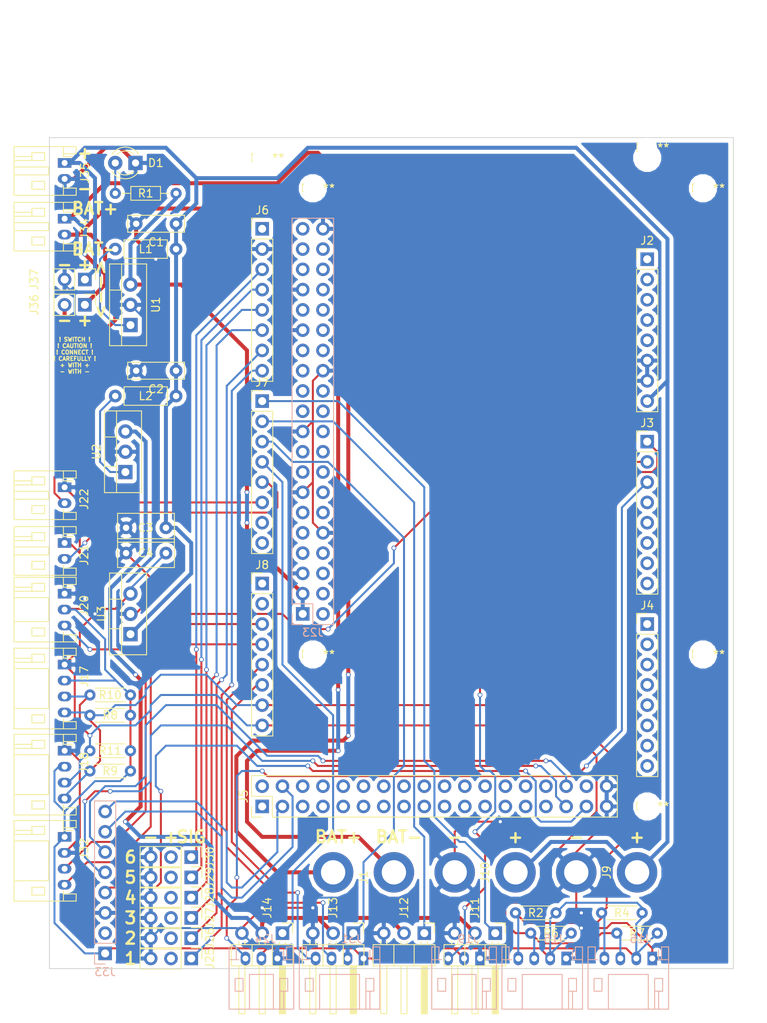
<source format=kicad_pcb>
(kicad_pcb (version 4) (host pcbnew 4.0.7)
  (layers (0 F.Cu signal) (31 B.Cu signal) (34 B.Paste user) (35 F.Paste user) (36 B.SilkS user) (37 F.SilkS user) (38 B.Mask user) (39 F.Mask user) (44 Edge.Cuts user))
  (net 0 "")
  (net 1 BAT+)
  (net 2 GND)
  (net 3 /Connectors/5V-Sensors)
  (net 4 "Net-(D1-Pad2)")
  (net 5 "Net-(J1-Pad1)")
  (net 6 "Net-(J1-Pad2)")
  (net 7 /ArduinoMega/RESET)
  (net 8 /ArduinoMega/3.3V)
  (net 9 /ArduinoMega/5V)
  (net 10 A0)
  (net 11 A1)
  (net 12 A2)
  (net 13 /ArduinoMega/A3)
  (net 14 /ArduinoMega/A4)
  (net 15 /ArduinoMega/A5)
  (net 16 /ArduinoMega/A6)
  (net 17 /ArduinoMega/A7)
  (net 18 /ArduinoMega/A8)
  (net 19 /ArduinoMega/A9)
  (net 20 /ArduinoMega/A10)
  (net 21 /ArduinoMega/A11)
  (net 22 /ArduinoMega/A12)
  (net 23 /ArduinoMega/A13)
  (net 24 /ArduinoMega/A14)
  (net 25 /ArduinoMega/A15)
  (net 26 CD)
  (net 27 CS)
  (net 28 /ArduinoMega/24)
  (net 29 /ArduinoMega/23)
  (net 30 /ArduinoMega/26)
  (net 31 /ArduinoMega/25)
  (net 32 /ArduinoMega/28)
  (net 33 /ArduinoMega/27)
  (net 34 /ArduinoMega/30)
  (net 35 /ArduinoMega/29)
  (net 36 /ArduinoMega/32)
  (net 37 /ArduinoMega/31)
  (net 38 /ArduinoMega/34)
  (net 39 /ArduinoMega/33)
  (net 40 /ArduinoMega/36)
  (net 41 /ArduinoMega/35)
  (net 42 /ArduinoMega/38)
  (net 43 /ArduinoMega/37)
  (net 44 /ArduinoMega/40)
  (net 45 /ArduinoMega/39)
  (net 46 /ArduinoMega/42)
  (net 47 /ArduinoMega/41)
  (net 48 /ArduinoMega/44)
  (net 49 /ArduinoMega/43)
  (net 50 /ArduinoMega/46)
  (net 51 /ArduinoMega/45)
  (net 52 /ArduinoMega/48)
  (net 53 /ArduinoMega/47)
  (net 54 MISO)
  (net 55 MOSI)
  (net 56 SCK)
  (net 57 /ArduinoMega/53)
  (net 58 /ArduinoMega/AREF)
  (net 59 RC6)
  (net 60 RC5)
  (net 61 RC4)
  (net 62 RC3)
  (net 63 RC2)
  (net 64 RC1)
  (net 65 Sail)
  (net 66 Rudder)
  (net 67 Servo1)
  (net 68 Servo2)
  (net 69 D0)
  (net 70 D1)
  (net 71 /ArduinoMega/1)
  (net 72 /ArduinoMega/0)
  (net 73 /ArduinoMega/14-TX3)
  (net 74 /ArduinoMega/15-RX3)
  (net 75 TX_2)
  (net 76 RX_2)
  (net 77 TX_1)
  (net 78 RX_1)
  (net 79 SDA)
  (net 80 SCL)
  (net 81 /Connectors/5V-Servo)
  (net 82 5V_RPi)
  (net 83 /RPi/2_RPi)
  (net 84 /RPi/3_RPi)
  (net 85 /RPi/4_RPi)
  (net 86 /RPi/14_RPi)
  (net 87 /RPi/15_RPi)
  (net 88 /RPi/17_RPi)
  (net 89 /RPi/18_RPi)
  (net 90 /RPi/27_RPi)
  (net 91 /RPi/22_RPi)
  (net 92 /RPi/23_RPi)
  (net 93 /RPi/24_RPi)
  (net 94 /RPi/10_RPi)
  (net 95 /RPi/9_RPi)
  (net 96 /RPi/25_RPi)
  (net 97 /RPi/11_RPi)
  (net 98 /RPi/8_RPi)
  (net 99 /RPi/7_RPi)
  (net 100 "Net-(J25-Pad2)")
  (net 101 "Net-(J26-Pad2)")
  (net 102 "Net-(J27-Pad2)")
  (net 103 "Net-(J28-Pad2)")
  (net 104 "Net-(J29-Pad2)")
  (net 105 "Net-(J30-Pad2)")
  (net 106 "Net-(J33-Pad2)")
  (net 107 "Net-(L1-Pad1)")
  (net 108 "Net-(L2-Pad1)")
  (net 109 /RPi/ID_SD)
  (net 110 /RPi/ID_SC)
  (net 111 /RPi/5_RPi)
  (net 112 /RPi/6_RPi)
  (net 113 /RPi/12_RPi)
  (net 114 /RPi/13_RPi)
  (net 115 /RPi/19_RPi)
  (net 116 /RPi/16_RPi)
  (net 117 /RPi/26_RPi)
  (net 118 /RPi/20_RPi)
  (net 119 /RPi/21_RPi)
  (net 120 "Net-(J5-Pad1)")
  (net 121 "Net-(J5-Pad2)")
  (net 122 "Net-(J23-Pad2)")
  (net 123 "Net-(J23-Pad18)")
  (net 124 "Net-(J2-Pad1)")
  (net 125 "Net-(J2-Pad2)")
  (module LEDs:LED_D3.0mm (layer F.Cu) (at 113.03 56.515 180)
    (fp_text reference D1 (at -2.54 0 180) (layer F.SilkS))
    (fp_text value G)
    (pad 1 thru_hole rect (at 0 0 180) (size 1.8 1.8) (drill 0.9) (layers *.Cu *.Mask) (net 2 GND))
    (pad 2 thru_hole circle (at 2.54 0 180) (size 1.8 1.8) (drill 0.9) (layers *.Cu *.Mask) (net 4 "Net-(D1-Pad2)"))
  )
  (module Pin_Headers:Pin_Header_Angled_1x03_Pitch2.54mm (layer F.Cu) (at 158.115 153.035 270)
    (fp_text reference J11 (at -3.175 2.54 270) (layer F.SilkS))
    (fp_text value Conn_01x03_Male)
    (pad 1 thru_hole rect (at 0 0 270) (size 1.7 1.7) (drill 1) (layers *.Cu *.Mask) (net 65 Sail))
    (pad 2 thru_hole oval (at 0 2.54 270) (size 1.7 1.7) (drill 1) (layers *.Cu *.Mask) (net 81 /Connectors/5V-Servo))
    (pad 3 thru_hole oval (at 0 5.08 270) (size 1.7 1.7) (drill 1) (layers *.Cu *.Mask) (net 2 GND))
  )
  (module Pin_Headers:Pin_Header_Angled_1x03_Pitch2.54mm (layer F.Cu) (at 149.225 153.035 270)
    (fp_text reference J12 (at -3.175 2.54 270) (layer F.SilkS))
    (fp_text value Conn_01x03_Male)
    (pad 1 thru_hole rect (at 0 0 270) (size 1.7 1.7) (drill 1) (layers *.Cu *.Mask) (net 66 Rudder))
    (pad 2 thru_hole oval (at 0 2.54 270) (size 1.7 1.7) (drill 1) (layers *.Cu *.Mask) (net 81 /Connectors/5V-Servo))
    (pad 3 thru_hole oval (at 0 5.08 270) (size 1.7 1.7) (drill 1) (layers *.Cu *.Mask) (net 2 GND))
  )
  (module Pin_Headers:Pin_Header_Angled_1x03_Pitch2.54mm (layer F.Cu) (at 140.335 153.035 270)
    (fp_text reference J13 (at -3.175 2.54 270) (layer F.SilkS))
    (fp_text value Conn_01x03_Male)
    (pad 1 thru_hole rect (at 0 0 270) (size 1.7 1.7) (drill 1) (layers *.Cu *.Mask) (net 67 Servo1))
    (pad 2 thru_hole oval (at 0 2.54 270) (size 1.7 1.7) (drill 1) (layers *.Cu *.Mask) (net 81 /Connectors/5V-Servo))
    (pad 3 thru_hole oval (at 0 5.08 270) (size 1.7 1.7) (drill 1) (layers *.Cu *.Mask) (net 2 GND))
  )
  (module Pin_Headers:Pin_Header_Angled_1x03_Pitch2.54mm (layer F.Cu) (at 131.445 153.035 270)
    (fp_text reference J14 (at -3.175 1.905 270) (layer F.SilkS))
    (fp_text value Conn_01x03_Male)
    (pad 1 thru_hole rect (at 0 0 270) (size 1.7 1.7) (drill 1) (layers *.Cu *.Mask) (net 68 Servo2))
    (pad 2 thru_hole oval (at 0 2.54 270) (size 1.7 1.7) (drill 1) (layers *.Cu *.Mask) (net 81 /Connectors/5V-Servo))
    (pad 3 thru_hole oval (at 0 5.08 270) (size 1.7 1.7) (drill 1) (layers *.Cu *.Mask) (net 2 GND))
  )
  (module Connectors_JST:JST_PH_S4B-PH-K_04x2.00mm_Angled (layer B.Cu) (at 167.005 156.21 180)
    (fp_text reference J15 (at 1.5 2.45 180) (layer B.SilkS) (effects (justify mirror)))
    (fp_text value Conn_01x04)
    (pad 1 thru_hole rect (at 0 0 180) (size 1.2 1.7) (drill 0.75) (layers *.Cu *.Mask) (net 2 GND))
    (pad 2 thru_hole oval (at 2 0 180) (size 1.2 1.7) (drill 0.75) (layers *.Cu *.Mask) (net 3 /Connectors/5V-Sensors))
    (pad 3 thru_hole oval (at 4 0 180) (size 1.2 1.7) (drill 0.75) (layers *.Cu *.Mask) (net 80 SCL))
    (pad 4 thru_hole oval (at 6 0 180) (size 1.2 1.7) (drill 0.75) (layers *.Cu *.Mask) (net 79 SDA))
  )
  (module Connectors_JST:JST_PH_S4B-PH-K_04x2.00mm_Angled (layer B.Cu) (at 177.8 156.21 180)
    (fp_text reference J16 (at 1.5 2.45 180) (layer B.SilkS) (effects (justify mirror)))
    (fp_text value Conn_01x04)
    (pad 1 thru_hole rect (at 0 0 180) (size 1.2 1.7) (drill 0.75) (layers *.Cu *.Mask) (net 2 GND))
    (pad 2 thru_hole oval (at 2 0 180) (size 1.2 1.7) (drill 0.75) (layers *.Cu *.Mask) (net 3 /Connectors/5V-Sensors))
    (pad 3 thru_hole oval (at 4 0 180) (size 1.2 1.7) (drill 0.75) (layers *.Cu *.Mask) (net 80 SCL))
    (pad 4 thru_hole oval (at 6 0 180) (size 1.2 1.7) (drill 0.75) (layers *.Cu *.Mask) (net 79 SDA))
  )
  (module Connectors_JST:JST_PH_S4B-PH-K_04x2.00mm_Angled (layer F.Cu) (at 104.14 119.38 270)
    (fp_text reference J17 (at 1.5 -2.45 270) (layer F.SilkS))
    (fp_text value Conn_01x04)
    (pad 1 thru_hole rect (at 0 0 270) (size 1.2 1.7) (drill 0.75) (layers *.Cu *.Mask) (net 2 GND))
    (pad 2 thru_hole oval (at 2 0 270) (size 1.2 1.7) (drill 0.75) (layers *.Cu *.Mask) (net 3 /Connectors/5V-Sensors))
    (pad 3 thru_hole oval (at 4 0 270) (size 1.2 1.7) (drill 0.75) (layers *.Cu *.Mask) (net 80 SCL))
    (pad 4 thru_hole oval (at 6 0 270) (size 1.2 1.7) (drill 0.75) (layers *.Cu *.Mask) (net 79 SDA))
  )
  (module Connectors_JST:JST_PH_S4B-PH-K_04x2.00mm_Angled (layer F.Cu) (at 104.14 130.175 270)
    (fp_text reference J18 (at 1.5 -2.45 270) (layer F.SilkS))
    (fp_text value Conn_01x04)
    (pad 1 thru_hole rect (at 0 0 270) (size 1.2 1.7) (drill 0.75) (layers *.Cu *.Mask) (net 2 GND))
    (pad 2 thru_hole oval (at 2 0 270) (size 1.2 1.7) (drill 0.75) (layers *.Cu *.Mask) (net 3 /Connectors/5V-Sensors))
    (pad 3 thru_hole oval (at 4 0 270) (size 1.2 1.7) (drill 0.75) (layers *.Cu *.Mask) (net 80 SCL))
    (pad 4 thru_hole oval (at 6 0 270) (size 1.2 1.7) (drill 0.75) (layers *.Cu *.Mask) (net 79 SDA))
  )
  (module Connectors_JST:JST_PH_S3B-PH-K_03x2.00mm_Angled (layer B.Cu) (at 156.21 156.21 180)
    (fp_text reference J19 (at 1.5 2.45 180) (layer B.SilkS) (effects (justify mirror)))
    (fp_text value Conn_01x03)
    (pad 1 thru_hole rect (at 0 0 180) (size 1.2 1.7) (drill 0.75) (layers *.Cu *.Mask) (net 2 GND))
    (pad 2 thru_hole oval (at 2 0 180) (size 1.2 1.7) (drill 0.75) (layers *.Cu *.Mask) (net 3 /Connectors/5V-Sensors))
    (pad 3 thru_hole oval (at 4 0 180) (size 1.2 1.7) (drill 0.75) (layers *.Cu *.Mask) (net 10 A0))
  )
  (module Connectors_JST:JST_PH_S3B-PH-K_03x2.00mm_Angled (layer F.Cu) (at 104.14 110.49 270)
    (fp_text reference J20 (at 1.5 -2.45 270) (layer F.SilkS))
    (fp_text value Conn_01x03)
    (pad 1 thru_hole rect (at 0 0 270) (size 1.2 1.7) (drill 0.75) (layers *.Cu *.Mask) (net 2 GND))
    (pad 2 thru_hole oval (at 2 0 270) (size 1.2 1.7) (drill 0.75) (layers *.Cu *.Mask) (net 3 /Connectors/5V-Sensors))
    (pad 3 thru_hole oval (at 4 0 270) (size 1.2 1.7) (drill 0.75) (layers *.Cu *.Mask) (net 11 A1))
  )
  (module Connectors_JST:JST_PH_S2B-PH-K_02x2.00mm_Angled (layer F.Cu) (at 104.14 104.14 270)
    (fp_text reference J21 (at 1.5 -2.45 270) (layer F.SilkS))
    (fp_text value Conn_01x02)
    (pad 1 thru_hole rect (at 0 0 270) (size 1.2 1.7) (drill 0.75) (layers *.Cu *.Mask) (net 2 GND))
    (pad 2 thru_hole oval (at 2 0 270) (size 1.2 1.7) (drill 0.75) (layers *.Cu *.Mask) (net 69 D0))
  )
  (module Connectors_JST:JST_PH_S2B-PH-K_02x2.00mm_Angled (layer F.Cu) (at 104.14 97.155 270)
    (fp_text reference J22 (at 1.5 -2.45 270) (layer F.SilkS))
    (fp_text value Conn_01x02)
    (pad 1 thru_hole rect (at 0 0 270) (size 1.2 1.7) (drill 0.75) (layers *.Cu *.Mask) (net 2 GND))
    (pad 2 thru_hole oval (at 2 0 270) (size 1.2 1.7) (drill 0.75) (layers *.Cu *.Mask) (net 70 D1))
  )
  (module Connectors_JST:JST_PH_S3B-PH-K_03x2.00mm_Angled (layer B.Cu) (at 130.81 156.21 180)
    (fp_text reference J24 (at 1.5 2.45 180) (layer B.SilkS) (effects (justify mirror)))
    (fp_text value Conn_01x03)
    (pad 1 thru_hole rect (at 0 0 180) (size 1.2 1.7) (drill 0.75) (layers *.Cu *.Mask) (net 2 GND))
    (pad 2 thru_hole oval (at 2 0 180) (size 1.2 1.7) (drill 0.75) (layers *.Cu *.Mask) (net 3 /Connectors/5V-Sensors))
    (pad 3 thru_hole oval (at 4 0 180) (size 1.2 1.7) (drill 0.75) (layers *.Cu *.Mask) (net 12 A2))
  )
  (module Connectors_JST:JST_PH_S4B-PH-K_04x2.00mm_Angled (layer B.Cu) (at 141.605 156.21 180)
    (fp_text reference J31 (at 1.5 2.45 180) (layer B.SilkS) (effects (justify mirror)))
    (fp_text value Conn_01x04)
    (pad 1 thru_hole rect (at 0 0 180) (size 1.2 1.7) (drill 0.75) (layers *.Cu *.Mask) (net 3 /Connectors/5V-Sensors))
    (pad 2 thru_hole oval (at 2 0 180) (size 1.2 1.7) (drill 0.75) (layers *.Cu *.Mask) (net 2 GND))
    (pad 3 thru_hole oval (at 4 0 180) (size 1.2 1.7) (drill 0.75) (layers *.Cu *.Mask) (net 77 TX_1))
    (pad 4 thru_hole oval (at 6 0 180) (size 1.2 1.7) (drill 0.75) (layers *.Cu *.Mask) (net 78 RX_1))
  )
  (module Connectors_JST:JST_PH_S4B-PH-K_04x2.00mm_Angled (layer F.Cu) (at 104.14 140.97 270)
    (fp_text reference J32 (at 1.5 -2.45 270) (layer F.SilkS))
    (fp_text value Conn_01x04)
    (pad 1 thru_hole rect (at 0 0 270) (size 1.2 1.7) (drill 0.75) (layers *.Cu *.Mask) (net 3 /Connectors/5V-Sensors))
    (pad 2 thru_hole oval (at 2 0 270) (size 1.2 1.7) (drill 0.75) (layers *.Cu *.Mask) (net 2 GND))
    (pad 3 thru_hole oval (at 4 0 270) (size 1.2 1.7) (drill 0.75) (layers *.Cu *.Mask) (net 75 TX_2))
    (pad 4 thru_hole oval (at 6 0 270) (size 1.2 1.7) (drill 0.75) (layers *.Cu *.Mask) (net 76 RX_2))
  )
  (module Socket_Strips:Socket_Strip_Straight_1x08_Pitch2.54mm (layer B.Cu) (at 109.22 155.575)
    (fp_text reference J33 (at 0 2.33) (layer B.SilkS) (effects (justify mirror)))
    (fp_text value Conn_01x08_Female)
    (pad 1 thru_hole rect (at 0 0) (size 1.7 1.7) (drill 1) (layers *.Cu *.Mask) (net 3 /Connectors/5V-Sensors))
    (pad 2 thru_hole oval (at 0 -2.54) (size 1.7 1.7) (drill 1) (layers *.Cu *.Mask) (net 106 "Net-(J33-Pad2)"))
    (pad 3 thru_hole oval (at 0 -5.08) (size 1.7 1.7) (drill 1) (layers *.Cu *.Mask) (net 2 GND))
    (pad 4 thru_hole oval (at 0 -7.62) (size 1.7 1.7) (drill 1) (layers *.Cu *.Mask) (net 56 SCK))
    (pad 5 thru_hole oval (at 0 -10.16) (size 1.7 1.7) (drill 1) (layers *.Cu *.Mask) (net 54 MISO))
    (pad 6 thru_hole oval (at 0 -12.7) (size 1.7 1.7) (drill 1) (layers *.Cu *.Mask) (net 55 MOSI))
    (pad 7 thru_hole oval (at 0 -15.24) (size 1.7 1.7) (drill 1) (layers *.Cu *.Mask) (net 27 CS))
    (pad 8 thru_hole oval (at 0 -17.78) (size 1.7 1.7) (drill 1) (layers *.Cu *.Mask) (net 26 CD))
  )
  (module Resistors_THT:R_Axial_DIN0204_L3.6mm_D1.6mm_P7.62mm_Horizontal (layer F.Cu) (at 110.49 60.325)
    (fp_text reference R1 (at 3.81 0) (layer F.SilkS))
    (fp_text value 330)
    (pad 1 thru_hole circle (at 0 0) (size 1.4 1.4) (drill 0.7) (layers *.Cu *.Mask) (net 4 "Net-(D1-Pad2)"))
    (pad 2 thru_hole oval (at 7.62 0) (size 1.4 1.4) (drill 0.7) (layers *.Cu *.Mask) (net 82 5V_RPi))
  )
  (module Resistors_THT:R_Axial_DIN0204_L3.6mm_D1.6mm_P5.08mm_Horizontal (layer F.Cu) (at 165.735 150.495 180)
    (fp_text reference R2 (at 2.54 0 180) (layer F.SilkS))
    (fp_text value 4k7)
    (pad 1 thru_hole circle (at 0 0 180) (size 1.4 1.4) (drill 0.7) (layers *.Cu *.Mask) (net 3 /Connectors/5V-Sensors))
    (pad 2 thru_hole oval (at 5.08 0 180) (size 1.4 1.4) (drill 0.7) (layers *.Cu *.Mask) (net 79 SDA))
  )
  (module Resistors_THT:R_Axial_DIN0204_L3.6mm_D1.6mm_P5.08mm_Horizontal (layer F.Cu) (at 176.53 150.495 180)
    (fp_text reference R4 (at 2.54 0 180) (layer F.SilkS))
    (fp_text value 4k7)
    (pad 1 thru_hole circle (at 0 0 180) (size 1.4 1.4) (drill 0.7) (layers *.Cu *.Mask) (net 3 /Connectors/5V-Sensors))
    (pad 2 thru_hole oval (at 5.08 0 180) (size 1.4 1.4) (drill 0.7) (layers *.Cu *.Mask) (net 79 SDA))
  )
  (module Resistors_THT:R_Axial_DIN0204_L3.6mm_D1.6mm_P5.08mm_Horizontal (layer F.Cu) (at 167.64 153.035 180)
    (fp_text reference R6 (at 2.54 0 180) (layer F.SilkS))
    (fp_text value 4k7)
    (pad 1 thru_hole circle (at 0 0 180) (size 1.4 1.4) (drill 0.7) (layers *.Cu *.Mask) (net 3 /Connectors/5V-Sensors))
    (pad 2 thru_hole oval (at 5.08 0 180) (size 1.4 1.4) (drill 0.7) (layers *.Cu *.Mask) (net 80 SCL))
  )
  (module Resistors_THT:R_Axial_DIN0204_L3.6mm_D1.6mm_P5.08mm_Horizontal (layer F.Cu) (at 178.435 153.035 180)
    (fp_text reference R7 (at 2.54 0 180) (layer F.SilkS))
    (fp_text value 4k7)
    (pad 1 thru_hole circle (at 0 0 180) (size 1.4 1.4) (drill 0.7) (layers *.Cu *.Mask) (net 3 /Connectors/5V-Sensors))
    (pad 2 thru_hole oval (at 5.08 0 180) (size 1.4 1.4) (drill 0.7) (layers *.Cu *.Mask) (net 80 SCL))
  )
  (module Resistors_THT:R_Axial_DIN0204_L3.6mm_D1.6mm_P5.08mm_Horizontal (layer F.Cu) (at 112.395 125.73 180)
    (fp_text reference R8 (at 2.54 0 180) (layer F.SilkS))
    (fp_text value 4k7)
    (pad 1 thru_hole circle (at 0 0 180) (size 1.4 1.4) (drill 0.7) (layers *.Cu *.Mask) (net 3 /Connectors/5V-Sensors))
    (pad 2 thru_hole oval (at 5.08 0 180) (size 1.4 1.4) (drill 0.7) (layers *.Cu *.Mask) (net 79 SDA))
  )
  (module Resistors_THT:R_Axial_DIN0204_L3.6mm_D1.6mm_P5.08mm_Horizontal (layer F.Cu) (at 112.395 132.715 180)
    (fp_text reference R9 (at 2.54 0 180) (layer F.SilkS))
    (fp_text value 4k7)
    (pad 1 thru_hole circle (at 0 0 180) (size 1.4 1.4) (drill 0.7) (layers *.Cu *.Mask) (net 3 /Connectors/5V-Sensors))
    (pad 2 thru_hole oval (at 5.08 0 180) (size 1.4 1.4) (drill 0.7) (layers *.Cu *.Mask) (net 79 SDA))
  )
  (module Resistors_THT:R_Axial_DIN0204_L3.6mm_D1.6mm_P5.08mm_Horizontal (layer F.Cu) (at 112.395 123.19 180)
    (fp_text reference R10 (at 2.54 0 180) (layer F.SilkS))
    (fp_text value 4k7)
    (pad 1 thru_hole circle (at 0 0 180) (size 1.4 1.4) (drill 0.7) (layers *.Cu *.Mask) (net 3 /Connectors/5V-Sensors))
    (pad 2 thru_hole oval (at 5.08 0 180) (size 1.4 1.4) (drill 0.7) (layers *.Cu *.Mask) (net 80 SCL))
  )
  (module Resistors_THT:R_Axial_DIN0204_L3.6mm_D1.6mm_P5.08mm_Horizontal (layer F.Cu) (at 112.395 130.175 180)
    (fp_text reference R11 (at 2.54 0 180) (layer F.SilkS))
    (fp_text value 4k7)
    (pad 1 thru_hole circle (at 0 0 180) (size 1.4 1.4) (drill 0.7) (layers *.Cu *.Mask) (net 3 /Connectors/5V-Sensors))
    (pad 2 thru_hole oval (at 5.08 0 180) (size 1.4 1.4) (drill 0.7) (layers *.Cu *.Mask) (net 80 SCL))
  )
  (module Pin_Headers:Pin_Header_Straight_1x08_Pitch2.54mm (layer F.Cu) (at 177.165 91.44)
    (fp_text reference J3 (at 0 -2.33) (layer F.SilkS))
    (fp_text value Conn_01x08)
    (pad 1 thru_hole rect (at 0 0) (size 1.7 1.7) (drill 1) (layers *.Cu *.Mask) (net 10 A0))
    (pad 2 thru_hole oval (at 0 2.54) (size 1.7 1.7) (drill 1) (layers *.Cu *.Mask) (net 11 A1))
    (pad 3 thru_hole oval (at 0 5.08) (size 1.7 1.7) (drill 1) (layers *.Cu *.Mask) (net 12 A2))
    (pad 4 thru_hole oval (at 0 7.62) (size 1.7 1.7) (drill 1) (layers *.Cu *.Mask) (net 13 /ArduinoMega/A3))
    (pad 5 thru_hole oval (at 0 10.16) (size 1.7 1.7) (drill 1) (layers *.Cu *.Mask) (net 14 /ArduinoMega/A4))
    (pad 6 thru_hole oval (at 0 12.7) (size 1.7 1.7) (drill 1) (layers *.Cu *.Mask) (net 15 /ArduinoMega/A5))
    (pad 7 thru_hole oval (at 0 15.24) (size 1.7 1.7) (drill 1) (layers *.Cu *.Mask) (net 16 /ArduinoMega/A6))
    (pad 8 thru_hole oval (at 0 17.78) (size 1.7 1.7) (drill 1) (layers *.Cu *.Mask) (net 17 /ArduinoMega/A7))
  )
  (module Pin_Headers:Pin_Header_Straight_1x08_Pitch2.54mm (layer F.Cu) (at 177.165 114.3)
    (fp_text reference J4 (at 0 -2.33) (layer F.SilkS))
    (fp_text value Conn_01x08)
    (pad 1 thru_hole rect (at 0 0) (size 1.7 1.7) (drill 1) (layers *.Cu *.Mask) (net 18 /ArduinoMega/A8))
    (pad 2 thru_hole oval (at 0 2.54) (size 1.7 1.7) (drill 1) (layers *.Cu *.Mask) (net 19 /ArduinoMega/A9))
    (pad 3 thru_hole oval (at 0 5.08) (size 1.7 1.7) (drill 1) (layers *.Cu *.Mask) (net 20 /ArduinoMega/A10))
    (pad 4 thru_hole oval (at 0 7.62) (size 1.7 1.7) (drill 1) (layers *.Cu *.Mask) (net 21 /ArduinoMega/A11))
    (pad 5 thru_hole oval (at 0 10.16) (size 1.7 1.7) (drill 1) (layers *.Cu *.Mask) (net 22 /ArduinoMega/A12))
    (pad 6 thru_hole oval (at 0 12.7) (size 1.7 1.7) (drill 1) (layers *.Cu *.Mask) (net 23 /ArduinoMega/A13))
    (pad 7 thru_hole oval (at 0 15.24) (size 1.7 1.7) (drill 1) (layers *.Cu *.Mask) (net 24 /ArduinoMega/A14))
    (pad 8 thru_hole oval (at 0 17.78) (size 1.7 1.7) (drill 1) (layers *.Cu *.Mask) (net 25 /ArduinoMega/A15))
  )
  (module Pin_Headers:Pin_Header_Straight_2x18_Pitch2.54mm (layer F.Cu) (at 128.905 137.16 90)
    (fp_text reference J5 (at 1.27 -2.33 90) (layer F.SilkS))
    (fp_text value Conn_02x18_Odd_Even)
    (pad 1 thru_hole rect (at 0 0 90) (size 1.7 1.7) (drill 1) (layers *.Cu *.Mask) (net 120 "Net-(J5-Pad1)"))
    (pad 2 thru_hole oval (at 2.54 0 90) (size 1.7 1.7) (drill 1) (layers *.Cu *.Mask) (net 121 "Net-(J5-Pad2)"))
    (pad 3 thru_hole oval (at 0 2.54 90) (size 1.7 1.7) (drill 1) (layers *.Cu *.Mask) (net 26 CD))
    (pad 4 thru_hole oval (at 2.54 2.54 90) (size 1.7 1.7) (drill 1) (layers *.Cu *.Mask) (net 27 CS))
    (pad 5 thru_hole oval (at 0 5.08 90) (size 1.7 1.7) (drill 1) (layers *.Cu *.Mask) (net 28 /ArduinoMega/24))
    (pad 6 thru_hole oval (at 2.54 5.08 90) (size 1.7 1.7) (drill 1) (layers *.Cu *.Mask) (net 29 /ArduinoMega/23))
    (pad 7 thru_hole oval (at 0 7.62 90) (size 1.7 1.7) (drill 1) (layers *.Cu *.Mask) (net 30 /ArduinoMega/26))
    (pad 8 thru_hole oval (at 2.54 7.62 90) (size 1.7 1.7) (drill 1) (layers *.Cu *.Mask) (net 31 /ArduinoMega/25))
    (pad 9 thru_hole oval (at 0 10.16 90) (size 1.7 1.7) (drill 1) (layers *.Cu *.Mask) (net 32 /ArduinoMega/28))
    (pad 10 thru_hole oval (at 2.54 10.16 90) (size 1.7 1.7) (drill 1) (layers *.Cu *.Mask) (net 33 /ArduinoMega/27))
    (pad 11 thru_hole oval (at 0 12.7 90) (size 1.7 1.7) (drill 1) (layers *.Cu *.Mask) (net 34 /ArduinoMega/30))
    (pad 12 thru_hole oval (at 2.54 12.7 90) (size 1.7 1.7) (drill 1) (layers *.Cu *.Mask) (net 35 /ArduinoMega/29))
    (pad 13 thru_hole oval (at 0 15.24 90) (size 1.7 1.7) (drill 1) (layers *.Cu *.Mask) (net 36 /ArduinoMega/32))
    (pad 14 thru_hole oval (at 2.54 15.24 90) (size 1.7 1.7) (drill 1) (layers *.Cu *.Mask) (net 37 /ArduinoMega/31))
    (pad 15 thru_hole oval (at 0 17.78 90) (size 1.7 1.7) (drill 1) (layers *.Cu *.Mask) (net 38 /ArduinoMega/34))
    (pad 16 thru_hole oval (at 2.54 17.78 90) (size 1.7 1.7) (drill 1) (layers *.Cu *.Mask) (net 39 /ArduinoMega/33))
    (pad 17 thru_hole oval (at 0 20.32 90) (size 1.7 1.7) (drill 1) (layers *.Cu *.Mask) (net 40 /ArduinoMega/36))
    (pad 18 thru_hole oval (at 2.54 20.32 90) (size 1.7 1.7) (drill 1) (layers *.Cu *.Mask) (net 41 /ArduinoMega/35))
    (pad 19 thru_hole oval (at 0 22.86 90) (size 1.7 1.7) (drill 1) (layers *.Cu *.Mask) (net 42 /ArduinoMega/38))
    (pad 20 thru_hole oval (at 2.54 22.86 90) (size 1.7 1.7) (drill 1) (layers *.Cu *.Mask) (net 43 /ArduinoMega/37))
    (pad 21 thru_hole oval (at 0 25.4 90) (size 1.7 1.7) (drill 1) (layers *.Cu *.Mask) (net 44 /ArduinoMega/40))
    (pad 22 thru_hole oval (at 2.54 25.4 90) (size 1.7 1.7) (drill 1) (layers *.Cu *.Mask) (net 45 /ArduinoMega/39))
    (pad 23 thru_hole oval (at 0 27.94 90) (size 1.7 1.7) (drill 1) (layers *.Cu *.Mask) (net 46 /ArduinoMega/42))
    (pad 24 thru_hole oval (at 2.54 27.94 90) (size 1.7 1.7) (drill 1) (layers *.Cu *.Mask) (net 47 /ArduinoMega/41))
    (pad 25 thru_hole oval (at 0 30.48 90) (size 1.7 1.7) (drill 1) (layers *.Cu *.Mask) (net 48 /ArduinoMega/44))
    (pad 26 thru_hole oval (at 2.54 30.48 90) (size 1.7 1.7) (drill 1) (layers *.Cu *.Mask) (net 49 /ArduinoMega/43))
    (pad 27 thru_hole oval (at 0 33.02 90) (size 1.7 1.7) (drill 1) (layers *.Cu *.Mask) (net 50 /ArduinoMega/46))
    (pad 28 thru_hole oval (at 2.54 33.02 90) (size 1.7 1.7) (drill 1) (layers *.Cu *.Mask) (net 51 /ArduinoMega/45))
    (pad 29 thru_hole oval (at 0 35.56 90) (size 1.7 1.7) (drill 1) (layers *.Cu *.Mask) (net 52 /ArduinoMega/48))
    (pad 30 thru_hole oval (at 2.54 35.56 90) (size 1.7 1.7) (drill 1) (layers *.Cu *.Mask) (net 53 /ArduinoMega/47))
    (pad 31 thru_hole oval (at 0 38.1 90) (size 1.7 1.7) (drill 1) (layers *.Cu *.Mask) (net 54 MISO))
    (pad 32 thru_hole oval (at 2.54 38.1 90) (size 1.7 1.7) (drill 1) (layers *.Cu *.Mask) (net 55 MOSI))
    (pad 33 thru_hole oval (at 0 40.64 90) (size 1.7 1.7) (drill 1) (layers *.Cu *.Mask) (net 56 SCK))
    (pad 34 thru_hole oval (at 2.54 40.64 90) (size 1.7 1.7) (drill 1) (layers *.Cu *.Mask) (net 57 /ArduinoMega/53))
    (pad 35 thru_hole oval (at 0 43.18 90) (size 1.7 1.7) (drill 1) (layers *.Cu *.Mask) (net 2 GND))
    (pad 36 thru_hole oval (at 2.54 43.18 90) (size 1.7 1.7) (drill 1) (layers *.Cu *.Mask) (net 2 GND))
  )
  (module Pin_Headers:Pin_Header_Straight_1x08_Pitch2.54mm (layer F.Cu) (at 128.905 64.77)
    (fp_text reference J6 (at 0 -2.33) (layer F.SilkS))
    (fp_text value Conn_01x08)
    (pad 1 thru_hole rect (at 0 0) (size 1.7 1.7) (drill 1) (layers *.Cu *.Mask) (net 58 /ArduinoMega/AREF))
    (pad 2 thru_hole oval (at 0 2.54) (size 1.7 1.7) (drill 1) (layers *.Cu *.Mask) (net 2 GND))
    (pad 3 thru_hole oval (at 0 5.08) (size 1.7 1.7) (drill 1) (layers *.Cu *.Mask) (net 59 RC6))
    (pad 4 thru_hole oval (at 0 7.62) (size 1.7 1.7) (drill 1) (layers *.Cu *.Mask) (net 60 RC5))
    (pad 5 thru_hole oval (at 0 10.16) (size 1.7 1.7) (drill 1) (layers *.Cu *.Mask) (net 61 RC4))
    (pad 6 thru_hole oval (at 0 12.7) (size 1.7 1.7) (drill 1) (layers *.Cu *.Mask) (net 62 RC3))
    (pad 7 thru_hole oval (at 0 15.24) (size 1.7 1.7) (drill 1) (layers *.Cu *.Mask) (net 63 RC2))
    (pad 8 thru_hole oval (at 0 17.78) (size 1.7 1.7) (drill 1) (layers *.Cu *.Mask) (net 64 RC1))
  )
  (module Pin_Headers:Pin_Header_Straight_1x08_Pitch2.54mm (layer F.Cu) (at 128.905 86.36)
    (fp_text reference J7 (at 0 -2.33) (layer F.SilkS))
    (fp_text value Conn_01x08)
    (pad 1 thru_hole rect (at 0 0) (size 1.7 1.7) (drill 1) (layers *.Cu *.Mask) (net 65 Sail))
    (pad 2 thru_hole oval (at 0 2.54) (size 1.7 1.7) (drill 1) (layers *.Cu *.Mask) (net 66 Rudder))
    (pad 3 thru_hole oval (at 0 5.08) (size 1.7 1.7) (drill 1) (layers *.Cu *.Mask) (net 67 Servo1))
    (pad 4 thru_hole oval (at 0 7.62) (size 1.7 1.7) (drill 1) (layers *.Cu *.Mask) (net 68 Servo2))
    (pad 5 thru_hole oval (at 0 10.16) (size 1.7 1.7) (drill 1) (layers *.Cu *.Mask) (net 69 D0))
    (pad 6 thru_hole oval (at 0 12.7) (size 1.7 1.7) (drill 1) (layers *.Cu *.Mask) (net 70 D1))
    (pad 7 thru_hole oval (at 0 15.24) (size 1.7 1.7) (drill 1) (layers *.Cu *.Mask) (net 71 /ArduinoMega/1))
    (pad 8 thru_hole oval (at 0 17.78) (size 1.7 1.7) (drill 1) (layers *.Cu *.Mask) (net 72 /ArduinoMega/0))
  )
  (module Pin_Headers:Pin_Header_Straight_1x08_Pitch2.54mm (layer F.Cu) (at 128.905 109.22)
    (fp_text reference J8 (at 0 -2.33) (layer F.SilkS))
    (fp_text value Conn_01x08)
    (pad 1 thru_hole rect (at 0 0) (size 1.7 1.7) (drill 1) (layers *.Cu *.Mask) (net 73 /ArduinoMega/14-TX3))
    (pad 2 thru_hole oval (at 0 2.54) (size 1.7 1.7) (drill 1) (layers *.Cu *.Mask) (net 74 /ArduinoMega/15-RX3))
    (pad 3 thru_hole oval (at 0 5.08) (size 1.7 1.7) (drill 1) (layers *.Cu *.Mask) (net 75 TX_2))
    (pad 4 thru_hole oval (at 0 7.62) (size 1.7 1.7) (drill 1) (layers *.Cu *.Mask) (net 76 RX_2))
    (pad 5 thru_hole oval (at 0 10.16) (size 1.7 1.7) (drill 1) (layers *.Cu *.Mask) (net 77 TX_1))
    (pad 6 thru_hole oval (at 0 12.7) (size 1.7 1.7) (drill 1) (layers *.Cu *.Mask) (net 78 RX_1))
    (pad 7 thru_hole oval (at 0 15.24) (size 1.7 1.7) (drill 1) (layers *.Cu *.Mask) (net 79 SDA))
    (pad 8 thru_hole oval (at 0 17.78) (size 1.7 1.7) (drill 1) (layers *.Cu *.Mask) (net 80 SCL))
  )
  (module Pin_Headers:Pin_Header_Straight_2x20_Pitch2.54mm (layer B.Cu) (at 133.985 113.03)
    (fp_text reference J23 (at 1.27 2.33) (layer B.SilkS) (effects (justify mirror)))
    (fp_text value Conn_02x20_Odd_Even)
    (pad 1 thru_hole rect (at 0 0) (size 1.7 1.7) (drill 1) (layers *.Cu *.Mask) (net 82 5V_RPi))
    (pad 2 thru_hole oval (at 2.54 0) (size 1.7 1.7) (drill 1) (layers *.Cu *.Mask) (net 122 "Net-(J23-Pad2)"))
    (pad 3 thru_hole oval (at 0 -2.54) (size 1.7 1.7) (drill 1) (layers *.Cu *.Mask) (net 82 5V_RPi))
    (pad 4 thru_hole oval (at 2.54 -2.54) (size 1.7 1.7) (drill 1) (layers *.Cu *.Mask) (net 83 /RPi/2_RPi))
    (pad 5 thru_hole oval (at 0 -5.08) (size 1.7 1.7) (drill 1) (layers *.Cu *.Mask) (net 2 GND))
    (pad 6 thru_hole oval (at 2.54 -5.08) (size 1.7 1.7) (drill 1) (layers *.Cu *.Mask) (net 84 /RPi/3_RPi))
    (pad 7 thru_hole oval (at 0 -7.62) (size 1.7 1.7) (drill 1) (layers *.Cu *.Mask) (net 86 /RPi/14_RPi))
    (pad 8 thru_hole oval (at 2.54 -7.62) (size 1.7 1.7) (drill 1) (layers *.Cu *.Mask) (net 85 /RPi/4_RPi))
    (pad 9 thru_hole oval (at 0 -10.16) (size 1.7 1.7) (drill 1) (layers *.Cu *.Mask) (net 87 /RPi/15_RPi))
    (pad 10 thru_hole oval (at 2.54 -10.16) (size 1.7 1.7) (drill 1) (layers *.Cu *.Mask) (net 2 GND))
    (pad 11 thru_hole oval (at 0 -12.7) (size 1.7 1.7) (drill 1) (layers *.Cu *.Mask) (net 89 /RPi/18_RPi))
    (pad 12 thru_hole oval (at 2.54 -12.7) (size 1.7 1.7) (drill 1) (layers *.Cu *.Mask) (net 88 /RPi/17_RPi))
    (pad 13 thru_hole oval (at 0 -15.24) (size 1.7 1.7) (drill 1) (layers *.Cu *.Mask) (net 2 GND))
    (pad 14 thru_hole oval (at 2.54 -15.24) (size 1.7 1.7) (drill 1) (layers *.Cu *.Mask) (net 90 /RPi/27_RPi))
    (pad 15 thru_hole oval (at 0 -17.78) (size 1.7 1.7) (drill 1) (layers *.Cu *.Mask) (net 92 /RPi/23_RPi))
    (pad 16 thru_hole oval (at 2.54 -17.78) (size 1.7 1.7) (drill 1) (layers *.Cu *.Mask) (net 91 /RPi/22_RPi))
    (pad 17 thru_hole oval (at 0 -20.32) (size 1.7 1.7) (drill 1) (layers *.Cu *.Mask) (net 93 /RPi/24_RPi))
    (pad 18 thru_hole oval (at 2.54 -20.32) (size 1.7 1.7) (drill 1) (layers *.Cu *.Mask) (net 123 "Net-(J23-Pad18)"))
    (pad 19 thru_hole oval (at 0 -22.86) (size 1.7 1.7) (drill 1) (layers *.Cu *.Mask) (net 2 GND))
    (pad 20 thru_hole oval (at 2.54 -22.86) (size 1.7 1.7) (drill 1) (layers *.Cu *.Mask) (net 94 /RPi/10_RPi))
    (pad 21 thru_hole oval (at 0 -25.4) (size 1.7 1.7) (drill 1) (layers *.Cu *.Mask) (net 96 /RPi/25_RPi))
    (pad 22 thru_hole oval (at 2.54 -25.4) (size 1.7 1.7) (drill 1) (layers *.Cu *.Mask) (net 95 /RPi/9_RPi))
    (pad 23 thru_hole oval (at 0 -27.94) (size 1.7 1.7) (drill 1) (layers *.Cu *.Mask) (net 98 /RPi/8_RPi))
    (pad 24 thru_hole oval (at 2.54 -27.94) (size 1.7 1.7) (drill 1) (layers *.Cu *.Mask) (net 97 /RPi/11_RPi))
    (pad 25 thru_hole oval (at 0 -30.48) (size 1.7 1.7) (drill 1) (layers *.Cu *.Mask) (net 99 /RPi/7_RPi))
    (pad 26 thru_hole oval (at 2.54 -30.48) (size 1.7 1.7) (drill 1) (layers *.Cu *.Mask) (net 2 GND))
    (pad 27 thru_hole oval (at 0 -33.02) (size 1.7 1.7) (drill 1) (layers *.Cu *.Mask) (net 110 /RPi/ID_SC))
    (pad 28 thru_hole oval (at 2.54 -33.02) (size 1.7 1.7) (drill 1) (layers *.Cu *.Mask) (net 109 /RPi/ID_SD))
    (pad 29 thru_hole oval (at 0 -35.56) (size 1.7 1.7) (drill 1) (layers *.Cu *.Mask) (net 2 GND))
    (pad 30 thru_hole oval (at 2.54 -35.56) (size 1.7 1.7) (drill 1) (layers *.Cu *.Mask) (net 111 /RPi/5_RPi))
    (pad 31 thru_hole oval (at 0 -38.1) (size 1.7 1.7) (drill 1) (layers *.Cu *.Mask) (net 113 /RPi/12_RPi))
    (pad 32 thru_hole oval (at 2.54 -38.1) (size 1.7 1.7) (drill 1) (layers *.Cu *.Mask) (net 112 /RPi/6_RPi))
    (pad 33 thru_hole oval (at 0 -40.64) (size 1.7 1.7) (drill 1) (layers *.Cu *.Mask) (net 2 GND))
    (pad 34 thru_hole oval (at 2.54 -40.64) (size 1.7 1.7) (drill 1) (layers *.Cu *.Mask) (net 114 /RPi/13_RPi))
    (pad 35 thru_hole oval (at 0 -43.18) (size 1.7 1.7) (drill 1) (layers *.Cu *.Mask) (net 116 /RPi/16_RPi))
    (pad 36 thru_hole oval (at 2.54 -43.18) (size 1.7 1.7) (drill 1) (layers *.Cu *.Mask) (net 115 /RPi/19_RPi))
    (pad 37 thru_hole oval (at 0 -45.72) (size 1.7 1.7) (drill 1) (layers *.Cu *.Mask) (net 118 /RPi/20_RPi))
    (pad 38 thru_hole oval (at 2.54 -45.72) (size 1.7 1.7) (drill 1) (layers *.Cu *.Mask) (net 117 /RPi/26_RPi))
    (pad 39 thru_hole oval (at 0 -48.26) (size 1.7 1.7) (drill 1) (layers *.Cu *.Mask) (net 119 /RPi/21_RPi))
    (pad 40 thru_hole oval (at 2.54 -48.26) (size 1.7 1.7) (drill 1) (layers *.Cu *.Mask) (net 2 GND))
  )
  (module Socket_Strips:Socket_Strip_Straight_1x03_Pitch2.54mm (layer F.Cu) (at 120.015 156.21 270)
    (fp_text reference J25 (at 0 -2.33 270) (layer F.SilkS))
    (fp_text value Conn_01x03_Female)
    (pad 1 thru_hole rect (at 0 0 270) (size 1.7 1.7) (drill 1) (layers *.Cu *.Mask) (net 64 RC1))
    (pad 2 thru_hole oval (at 0 2.54 270) (size 1.7 1.7) (drill 1) (layers *.Cu *.Mask) (net 100 "Net-(J25-Pad2)"))
    (pad 3 thru_hole oval (at 0 5.08 270) (size 1.7 1.7) (drill 1) (layers *.Cu *.Mask) (net 2 GND))
  )
  (module Socket_Strips:Socket_Strip_Straight_1x03_Pitch2.54mm (layer F.Cu) (at 120.015 153.67 270)
    (fp_text reference J26 (at 0 -2.33 270) (layer F.SilkS))
    (fp_text value Conn_01x03_Female)
    (pad 1 thru_hole rect (at 0 0 270) (size 1.7 1.7) (drill 1) (layers *.Cu *.Mask) (net 63 RC2))
    (pad 2 thru_hole oval (at 0 2.54 270) (size 1.7 1.7) (drill 1) (layers *.Cu *.Mask) (net 101 "Net-(J26-Pad2)"))
    (pad 3 thru_hole oval (at 0 5.08 270) (size 1.7 1.7) (drill 1) (layers *.Cu *.Mask) (net 2 GND))
  )
  (module Socket_Strips:Socket_Strip_Straight_1x03_Pitch2.54mm (layer F.Cu) (at 120.015 151.13 270)
    (fp_text reference J27 (at 0 -2.33 270) (layer F.SilkS))
    (fp_text value Conn_01x03_Female)
    (pad 1 thru_hole rect (at 0 0 270) (size 1.7 1.7) (drill 1) (layers *.Cu *.Mask) (net 62 RC3))
    (pad 2 thru_hole oval (at 0 2.54 270) (size 1.7 1.7) (drill 1) (layers *.Cu *.Mask) (net 102 "Net-(J27-Pad2)"))
    (pad 3 thru_hole oval (at 0 5.08 270) (size 1.7 1.7) (drill 1) (layers *.Cu *.Mask) (net 2 GND))
  )
  (module Socket_Strips:Socket_Strip_Straight_1x03_Pitch2.54mm (layer F.Cu) (at 120.015 148.59 270)
    (fp_text reference J28 (at 0 -2.33 270) (layer F.SilkS))
    (fp_text value Conn_01x03_Female)
    (pad 1 thru_hole rect (at 0 0 270) (size 1.7 1.7) (drill 1) (layers *.Cu *.Mask) (net 61 RC4))
    (pad 2 thru_hole oval (at 0 2.54 270) (size 1.7 1.7) (drill 1) (layers *.Cu *.Mask) (net 103 "Net-(J28-Pad2)"))
    (pad 3 thru_hole oval (at 0 5.08 270) (size 1.7 1.7) (drill 1) (layers *.Cu *.Mask) (net 2 GND))
  )
  (module Socket_Strips:Socket_Strip_Straight_1x03_Pitch2.54mm (layer F.Cu) (at 120.015 146.05 270)
    (fp_text reference J29 (at 0 -2.33 270) (layer F.SilkS))
    (fp_text value Conn_01x03_Female)
    (pad 1 thru_hole rect (at 0 0 270) (size 1.7 1.7) (drill 1) (layers *.Cu *.Mask) (net 60 RC5))
    (pad 2 thru_hole oval (at 0 2.54 270) (size 1.7 1.7) (drill 1) (layers *.Cu *.Mask) (net 104 "Net-(J29-Pad2)"))
    (pad 3 thru_hole oval (at 0 5.08 270) (size 1.7 1.7) (drill 1) (layers *.Cu *.Mask) (net 2 GND))
  )
  (module Socket_Strips:Socket_Strip_Straight_1x03_Pitch2.54mm (layer F.Cu) (at 120.015 143.51 270)
    (fp_text reference J30 (at 0 -2.33 270) (layer F.SilkS))
    (fp_text value Conn_01x03_Female)
    (pad 1 thru_hole rect (at 0 0 270) (size 1.7 1.7) (drill 1) (layers *.Cu *.Mask) (net 59 RC6))
    (pad 2 thru_hole oval (at 0 2.54 270) (size 1.7 1.7) (drill 1) (layers *.Cu *.Mask) (net 105 "Net-(J30-Pad2)"))
    (pad 3 thru_hole oval (at 0 5.08 270) (size 1.7 1.7) (drill 1) (layers *.Cu *.Mask) (net 2 GND))
  )
  (module Inductors_THT:L_Axial_L5.3mm_D2.2mm_P7.62mm_Horizontal_Vishay_IM-1 (layer F.Cu) (at 110.49 67.31)
    (fp_text reference L1 (at 3.81 0) (layer F.SilkS))
    (fp_text value 3.3uH)
    (pad 1 thru_hole circle (at 0 0) (size 1.6 1.6) (drill 0.8) (layers *.Cu *.Mask) (net 107 "Net-(L1-Pad1)"))
    (pad 2 thru_hole oval (at 7.62 0) (size 1.6 1.6) (drill 0.8) (layers *.Cu *.Mask) (net 1 BAT+))
  )
  (module Inductors_THT:L_Axial_L5.3mm_D2.2mm_P7.62mm_Horizontal_Vishay_IM-1 (layer F.Cu) (at 110.49 85.725)
    (fp_text reference L2 (at 3.81 0) (layer F.SilkS))
    (fp_text value 3.3uH)
    (pad 1 thru_hole circle (at 0 0) (size 1.6 1.6) (drill 0.8) (layers *.Cu *.Mask) (net 108 "Net-(L2-Pad1)"))
    (pad 2 thru_hole oval (at 7.62 0) (size 1.6 1.6) (drill 0.8) (layers *.Cu *.Mask) (net 1 BAT+))
  )
  (module TO_SOT_Packages_THT:TO-220-3_Vertical (layer F.Cu) (at 112.395 76.835 90)
    (fp_text reference U1 (at 2.54 3.175 90) (layer F.SilkS))
    (fp_text value L7805)
    (pad 1 thru_hole rect (at 0 0 90) (size 1.8 1.8) (drill 1) (layers *.Cu *.Mask) (net 107 "Net-(L1-Pad1)"))
    (pad 2 thru_hole oval (at 2.54 0 90) (size 1.8 1.8) (drill 1) (layers *.Cu *.Mask) (net 2 GND))
    (pad 3 thru_hole oval (at 5.08 0 90) (size 1.8 1.8) (drill 1) (layers *.Cu *.Mask) (net 82 5V_RPi))
  )
  (module TO_SOT_Packages_THT:TO-220-3_Vertical (layer F.Cu) (at 111.76 95.25 90)
    (fp_text reference U2 (at 2.54 -3.62 90) (layer F.SilkS))
    (fp_text value L7805)
    (pad 1 thru_hole rect (at 0 0 90) (size 1.8 1.8) (drill 1) (layers *.Cu *.Mask) (net 108 "Net-(L2-Pad1)"))
    (pad 2 thru_hole oval (at 2.54 0 90) (size 1.8 1.8) (drill 1) (layers *.Cu *.Mask) (net 2 GND))
    (pad 3 thru_hole oval (at 5.08 0 90) (size 1.8 1.8) (drill 1) (layers *.Cu *.Mask) (net 81 /Connectors/5V-Servo))
  )
  (module TO_SOT_Packages_THT:TO-220-3_Vertical (layer F.Cu) (at 112.395 115.57 90)
    (fp_text reference U3 (at 2.54 -3.62 90) (layer F.SilkS))
    (fp_text value L7805)
    (pad 1 thru_hole rect (at 0 0 90) (size 1.8 1.8) (drill 1) (layers *.Cu *.Mask) (net 1 BAT+))
    (pad 2 thru_hole oval (at 2.54 0 90) (size 1.8 1.8) (drill 1) (layers *.Cu *.Mask) (net 2 GND))
    (pad 3 thru_hole oval (at 5.08 0 90) (size 1.8 1.8) (drill 1) (layers *.Cu *.Mask) (net 3 /Connectors/5V-Sensors))
  )
  (module Connectors_JST:JST_PH_S2B-PH-K_02x2.00mm_Angled (layer F.Cu) (at 104.14 63.5 270)
    (fp_text reference J34 (at 1.27 -2.54 270) (layer F.SilkS))
    (fp_text value Conn_01x02)
    (pad 1 thru_hole rect (at 0 0 270) (size 1.2 1.7) (drill 0.75) (layers *.Cu *.Mask) (net 5 "Net-(J1-Pad1)"))
    (pad 2 thru_hole oval (at 2 0 270) (size 1.2 1.7) (drill 0.75) (layers *.Cu *.Mask) (net 6 "Net-(J1-Pad2)"))
  )
  (module Connectors_JST:JST_PH_S2B-PH-K_02x2.00mm_Angled (layer F.Cu) (at 104.14 56.515 270)
    (fp_text reference J35 (at 1.27 -2.54 270) (layer F.SilkS))
    (fp_text value Conn_01x02)
    (pad 1 thru_hole rect (at 0 0 270) (size 1.2 1.7) (drill 0.75) (layers *.Cu *.Mask) (net 1 BAT+))
    (pad 2 thru_hole oval (at 2 0 270) (size 1.2 1.7) (drill 0.75) (layers *.Cu *.Mask) (net 2 GND))
  )
  (module Mounting_Holes:MountingHole_2.5mm (layer F.Cu) (at 184.15 59.69)
    (fp_text reference REF** (at 0.635 0) (layer F.SilkS))
    (fp_text value MountingHole_2.5mm)
    (pad 1 np_thru_hole circle (at 0 0) (size 2.5 2.5) (drill 2.5) (layers *.Cu *.Mask))
  )
  (module Mounting_Holes:MountingHole_2.5mm (layer F.Cu) (at 177.165 54.61)
    (fp_text reference REF** (at 0.635 0) (layer F.SilkS))
    (fp_text value MountingHole_2.5mm)
    (pad 1 np_thru_hole circle (at 0 0) (size 2.5 2.5) (drill 2.5) (layers *.Cu *.Mask))
  )
  (module Mounting_Holes:MountingHole_2.5mm (layer F.Cu) (at 128.905 55.88)
    (fp_text reference REF** (at 0.635 0) (layer F.SilkS))
    (fp_text value MountingHole_2.5mm)
    (pad 1 np_thru_hole circle (at 0 0) (size 2.5 2.5) (drill 2.5) (layers *.Cu *.Mask))
  )
  (module Mounting_Holes:MountingHole_2.5mm (layer F.Cu) (at 135.255 59.69)
    (fp_text reference REF** (at 0.635 0) (layer F.SilkS))
    (fp_text value MountingHole_2.5mm)
    (pad 1 np_thru_hole circle (at 0 0) (size 2.5 2.5) (drill 2.5) (layers *.Cu *.Mask))
  )
  (module Mounting_Holes:MountingHole_2.5mm (layer F.Cu) (at 184.15 118.11)
    (fp_text reference REF** (at 0.635 0) (layer F.SilkS))
    (fp_text value MountingHole_2.5mm)
    (pad 1 np_thru_hole circle (at 0 0) (size 2.5 2.5) (drill 2.5) (layers *.Cu *.Mask))
  )
  (module Mounting_Holes:MountingHole_2.5mm (layer F.Cu) (at 135.255 118.11)
    (fp_text reference REF** (at 0.635 0) (layer F.SilkS))
    (fp_text value MountingHole_2.5mm)
    (pad 1 np_thru_hole circle (at 0 0) (size 2.5 2.5) (drill 2.5) (layers *.Cu *.Mask))
  )
  (module Mounting_Holes:MountingHole_2.5mm (layer F.Cu) (at 177.165 137.16)
    (fp_text reference REF** (at 0.635 0) (layer F.SilkS))
    (fp_text value MountingHole_2.5mm)
    (pad 1 np_thru_hole circle (at 0 0) (size 2.5 2.5) (drill 2.5) (layers *.Cu *.Mask))
  )
  (module Sailboat:BAT-CONN (layer F.Cu) (at 141.605 145.415 90)
    (fp_text reference J1 (at -0.635 0 90) (layer F.SilkS))
    (fp_text value Conn_01x02)
    (pad 1 thru_hole circle (at 0 -3.81 90) (size 5.08 5.08) (drill 3.048) (layers *.Cu *.Mask) (net 5 "Net-(J1-Pad1)"))
    (pad 2 thru_hole circle (at 0 3.81 90) (size 5.08 5.08) (drill 3.048) (layers *.Cu *.Mask) (net 6 "Net-(J1-Pad2)"))
  )
  (module Sailboat:BAT-CONN (layer F.Cu) (at 172.085 145.415 90)
    (fp_text reference J9 (at 0 0 90) (layer F.SilkS))
    (fp_text value Conn_01x02)
    (pad 1 thru_hole circle (at 0 -3.81 90) (size 5.08 5.08) (drill 3.048) (layers *.Cu *.Mask) (net 2 GND))
    (pad 2 thru_hole circle (at 0 3.81 90) (size 5.08 5.08) (drill 3.048) (layers *.Cu *.Mask) (net 1 BAT+))
  )
  (module Sailboat:BAT-CONN (layer F.Cu) (at 156.845 145.415 90)
    (fp_text reference J10 (at 0 0 90) (layer F.SilkS))
    (fp_text value Conn_01x02)
    (pad 1 thru_hole circle (at 0 -3.81 90) (size 5.08 5.08) (drill 3.048) (layers *.Cu *.Mask) (net 2 GND))
    (pad 2 thru_hole circle (at 0 3.81 90) (size 5.08 5.08) (drill 3.048) (layers *.Cu *.Mask) (net 1 BAT+))
  )
  (module Pin_Headers:Pin_Header_Straight_1x02_Pitch2.54mm (layer F.Cu) (at 106.68 74.295 270)
    (fp_text reference J36 (at 0 6.35 270) (layer F.SilkS))
    (fp_text value Conn_01x02)
    (pad 1 thru_hole rect (at 0 0 270) (size 1.7 1.7) (drill 1) (layers *.Cu *.Mask) (net 5 "Net-(J1-Pad1)"))
    (pad 2 thru_hole oval (at 0 2.54 270) (size 1.7 1.7) (drill 1) (layers *.Cu *.Mask) (net 6 "Net-(J1-Pad2)"))
  )
  (module Pin_Headers:Pin_Header_Straight_1x02_Pitch2.54mm (layer F.Cu) (at 106.68 71.12 270)
    (fp_text reference J37 (at 0 6.35 270) (layer F.SilkS))
    (fp_text value Conn_01x02)
    (pad 1 thru_hole rect (at 0 0 270) (size 1.7 1.7) (drill 1) (layers *.Cu *.Mask) (net 1 BAT+))
    (pad 2 thru_hole oval (at 0 2.54 270) (size 1.7 1.7) (drill 1) (layers *.Cu *.Mask) (net 2 GND))
  )
  (module Pin_Headers:Pin_Header_Straight_1x08_Pitch2.54mm (layer F.Cu) (at 177.165 68.58)
    (fp_text reference J2 (at 0 -2.33) (layer F.SilkS))
    (fp_text value Conn_01x08)
    (pad 1 thru_hole rect (at 0 0) (size 1.7 1.7) (drill 1) (layers *.Cu *.Mask) (net 124 "Net-(J2-Pad1)"))
    (pad 2 thru_hole oval (at 0 2.54) (size 1.7 1.7) (drill 1) (layers *.Cu *.Mask) (net 125 "Net-(J2-Pad2)"))
    (pad 3 thru_hole oval (at 0 5.08) (size 1.7 1.7) (drill 1) (layers *.Cu *.Mask) (net 7 /ArduinoMega/RESET))
    (pad 4 thru_hole oval (at 0 7.62) (size 1.7 1.7) (drill 1) (layers *.Cu *.Mask) (net 8 /ArduinoMega/3.3V))
    (pad 5 thru_hole oval (at 0 10.16) (size 1.7 1.7) (drill 1) (layers *.Cu *.Mask) (net 9 /ArduinoMega/5V))
    (pad 6 thru_hole oval (at 0 12.7) (size 1.7 1.7) (drill 1) (layers *.Cu *.Mask) (net 2 GND))
    (pad 7 thru_hole oval (at 0 15.24) (size 1.7 1.7) (drill 1) (layers *.Cu *.Mask) (net 2 GND))
    (pad 8 thru_hole oval (at 0 17.78) (size 1.7 1.7) (drill 1) (layers *.Cu *.Mask) (net 1 BAT+))
  )
  (module Capacitors_THT:C_Rect_L7.0mm_W3.5mm_P5.00mm (layer F.Cu) (at 116.84 102.235 180)
    (fp_text reference C3 (at 2.54 0 180) (layer F.SilkS))
    (fp_text value 0.33uF)
    (pad 1 thru_hole circle (at 0 0 180) (size 1.6 1.6) (drill 0.8) (layers *.Cu *.Mask) (net 1 BAT+))
    (pad 2 thru_hole circle (at 5 0 180) (size 1.6 1.6) (drill 0.8) (layers *.Cu *.Mask) (net 2 GND))
  )
  (module Capacitors_THT:C_Rect_L7.0mm_W3.5mm_P5.00mm (layer F.Cu) (at 116.84 105.41 180)
    (fp_text reference C4 (at 2.54 0 180) (layer F.SilkS))
    (fp_text value 0.1uF)
    (pad 1 thru_hole circle (at 0 0 180) (size 1.6 1.6) (drill 0.8) (layers *.Cu *.Mask) (net 3 /Connectors/5V-Sensors))
    (pad 2 thru_hole circle (at 5 0 180) (size 1.6 1.6) (drill 0.8) (layers *.Cu *.Mask) (net 2 GND))
  )
  (module Capacitors_THT:C_Rect_L7.0mm_W2.0mm_P5.00mm (layer F.Cu) (at 118.11 64.135 180)
    (fp_text reference C1 (at 2.5 -2.31 180) (layer F.SilkS))
    (fp_text value 4.7uF)
    (pad 1 thru_hole circle (at 0 0 180) (size 1.6 1.6) (drill 0.8) (layers *.Cu *.Mask) (net 1 BAT+))
    (pad 2 thru_hole circle (at 5 0 180) (size 1.6 1.6) (drill 0.8) (layers *.Cu *.Mask) (net 2 GND))
  )
  (module Capacitors_THT:C_Rect_L7.0mm_W2.0mm_P5.00mm (layer F.Cu) (at 118.11 82.55 180)
    (fp_text reference C2 (at 2.5 -2.31 180) (layer F.SilkS))
    (fp_text value 4.7uF)
    (pad 1 thru_hole circle (at 0 0 180) (size 1.6 1.6) (drill 0.8) (layers *.Cu *.Mask) (net 1 BAT+))
    (pad 2 thru_hole circle (at 5 0 180) (size 1.6 1.6) (drill 0.8) (layers *.Cu *.Mask) (net 2 GND))
  )
  (gr_text <--> (at 108.585 72.39 90) (layer F.SilkS) (effects (font (size 1.5 1.5) (thickness 0.3))))
  (gr_text - (at 104.14 69.215) (layer F.SilkS) (effects (font (size 1.5 1.5) (thickness 0.3))))
  (gr_text - (at 104.14 76.2) (layer F.SilkS) (effects (font (size 1.5 1.5) (thickness 0.3))))
  (gr_text + (at 106.68 69.215) (layer F.SilkS) (effects (font (size 1.5 1.5) (thickness 0.3))))
  (gr_text + (at 106.68 76.2) (layer F.SilkS) (effects (font (size 1.5 1.5) (thickness 0.3))))
  (gr_text "! SWITCH !\n! CAUTION !\n! CONNECT !\n! CAREFULLY !\n+ WITH +\n- WITH -" (at 105.41 80.645) (layer F.SilkS) (effects (font (size 0.5 0.5) (thickness 0.125))))
  (gr_text + (at 175.895 140.97) (layer F.SilkS) (effects (font (size 1.5 1.5) (thickness 0.3))))
  (gr_text - (at 168.275 140.97) (layer F.SilkS) (effects (font (size 1.5 1.5) (thickness 0.3))))
  (gr_text + (at 160.655 140.97) (layer F.SilkS) (effects (font (size 1.5 1.5) (thickness 0.3))))
  (gr_text - (at 153.035 140.97) (layer F.SilkS) (effects (font (size 1.5 1.5) (thickness 0.3))))
  (gr_text - (at 106.68 59.69) (layer F.SilkS) (effects (font (size 1.5 1.5) (thickness 0.3))))
  (gr_text + (at 106.68 55.245) (layer F.SilkS) (effects (font (size 1.5 1.5) (thickness 0.3))))
  (gr_text BAT- (at 107.95 67.31) (layer F.SilkS) (effects (font (size 1.5 1.5) (thickness 0.3))))
  (gr_text BAT+ (at 107.95 62.23) (layer F.SilkS) (effects (font (size 1.5 1.5) (thickness 0.3))))
  (gr_text BAT- (at 146.05 140.97) (layer F.SilkS) (effects (font (size 1.5 1.5) (thickness 0.3))))
  (gr_text BAT+ (at 138.43 140.97) (layer F.SilkS) (effects (font (size 1.5 1.5) (thickness 0.3))))
  (gr_text 6 (at 112.395 143.51) (layer F.SilkS) (effects (font (size 1.5 1.5) (thickness 0.3))))
  (gr_text 5 (at 112.395 146.05) (layer F.SilkS) (effects (font (size 1.5 1.5) (thickness 0.3))))
  (gr_text 4 (at 112.395 148.59) (layer F.SilkS) (effects (font (size 1.5 1.5) (thickness 0.3))))
  (gr_text 3 (at 112.395 151.13) (layer F.SilkS) (effects (font (size 1.5 1.5) (thickness 0.3))))
  (gr_text 2 (at 112.395 153.67) (layer F.SilkS) (effects (font (size 1.5 1.5) (thickness 0.3))))
  (gr_text 1 (at 112.395 156.21) (layer F.SilkS) (effects (font (size 1.5 1.5) (thickness 0.3))))
  (gr_text SIG (at 120.015 140.97) (layer F.SilkS) (effects (font (size 1.5 1.5) (thickness 0.3))))
  (gr_text + (at 117.475 140.97) (layer F.SilkS) (effects (font (size 1.5 1.5) (thickness 0.3))))
  (gr_text - (at 114.935 140.97) (layer F.SilkS) (effects (font (size 1.5 1.5) (thickness 0.3))))
  (gr_line (start 102.235 53.34) (end 109.22 53.34) (angle 90) (layer Edge.Cuts) (width 0.1))
  (gr_line (start 102.235 157.48) (end 102.235 53.34) (angle 90) (layer Edge.Cuts) (width 0.1))
  (gr_line (start 109.22 157.48) (end 102.235 157.48) (angle 90) (layer Edge.Cuts) (width 0.1))
  (gr_line (start 187.96 157.48) (end 179.705 157.48) (angle 90) (layer Edge.Cuts) (width 0.1))
  (gr_line (start 187.96 53.34) (end 187.96 157.48) (angle 90) (layer Edge.Cuts) (width 0.1))
  (gr_line (start 109.22 53.34) (end 187.96 53.34) (angle 90) (layer Edge.Cuts) (width 0.1))
  (gr_line (start 109.22 157.48) (end 179.705 157.48) (angle 90) (layer Edge.Cuts) (width 0.1))
  (segment (start 116.84 102.235) (end 116.84 86.995) (width 0.5) (layer B.Cu) (net 1))
  (segment (start 116.84 86.995) (end 118.11 85.725) (width 0.5) (layer B.Cu) (net 1))
  (segment (start 120.015 104.14) (end 118.745 102.87) (width 0.5) (layer B.Cu) (net 1))
  (segment (start 120.015 104.14) (end 120.015 107.95) (width 0.5) (layer B.Cu) (net 1))
  (segment (start 112.395 115.57) (end 120.015 107.95) (width 0.5) (layer B.Cu) (net 1))
  (segment (start 118.11 102.235) (end 116.84 102.235) (width 0.5) (layer B.Cu) (net 1))
  (segment (start 118.745 102.87) (end 118.11 102.235) (width 0.5) (layer B.Cu) (net 1))
  (segment (start 104.14 56.515) (end 106.045 56.515) (width 0.5) (layer B.Cu) (net 1))
  (segment (start 107.95 69.85) (end 106.68 71.12) (width 0.5) (layer B.Cu) (net 1))
  (segment (start 107.95 58.42) (end 107.95 69.85) (width 0.5) (layer B.Cu) (net 1))
  (segment (start 106.045 56.515) (end 107.95 58.42) (width 0.5) (layer B.Cu) (net 1))
  (segment (start 120.65 58.42) (end 130.81 58.42) (width 0.5) (layer B.Cu) (net 1))
  (segment (start 179.705 66.04) (end 179.705 83.82) (width 0.5) (layer B.Cu) (net 1))
  (segment (start 168.275 54.61) (end 179.705 66.04) (width 0.5) (layer B.Cu) (net 1))
  (segment (start 134.62 54.61) (end 168.275 54.61) (width 0.5) (layer B.Cu) (net 1))
  (segment (start 130.81 58.42) (end 134.62 54.61) (width 0.5) (layer B.Cu) (net 1))
  (segment (start 179.705 83.82) (end 179.705 141.605) (width 0.5) (layer B.Cu) (net 1))
  (segment (start 179.705 141.605) (end 175.895 145.415) (width 0.5) (layer B.Cu) (net 1))
  (segment (start 179.705 83.82) (end 177.165 86.36) (width 0.5) (layer B.Cu) (net 1))
  (segment (start 118.11 82.55) (end 118.11 85.725) (width 0.5) (layer B.Cu) (net 1))
  (segment (start 118.11 67.31) (end 118.11 82.55) (width 0.5) (layer B.Cu) (net 1))
  (segment (start 118.11 64.135) (end 118.11 67.31) (width 0.5) (layer B.Cu) (net 1))
  (segment (start 104.14 56.515) (end 104.775 56.515) (width 0.5) (layer B.Cu) (net 1))
  (segment (start 104.775 56.515) (end 106.68 54.61) (width 0.5) (layer B.Cu) (net 1))
  (segment (start 106.68 54.61) (end 116.84 54.61) (width 0.5) (layer B.Cu) (net 1))
  (segment (start 116.84 54.61) (end 120.65 58.42) (width 0.5) (layer B.Cu) (net 1))
  (segment (start 120.65 58.42) (end 120.65 61.595) (width 0.5) (layer B.Cu) (net 1))
  (segment (start 120.65 61.595) (end 118.11 64.135) (width 0.5) (layer B.Cu) (net 1))
  (segment (start 160.655 145.415) (end 161.29 145.415) (width 0.5) (layer B.Cu) (net 1))
  (segment (start 161.29 145.415) (end 165.1 141.605) (width 0.5) (layer B.Cu) (net 1))
  (segment (start 172.085 141.605) (end 175.895 145.415) (width 0.5) (layer B.Cu) (net 1))
  (segment (start 165.1 141.605) (end 172.085 141.605) (width 0.5) (layer B.Cu) (net 1))
  (segment (start 113.11 64.135) (end 113.11 66.12) (width 0.5) (layer F.Cu) (net 2))
  (via (at 115.57 68.58) (size 0.6) (drill 0.4) (layers F.Cu B.Cu) (net 2))
  (segment (start 113.11 66.12) (end 115.57 68.58) (width 0.5) (layer F.Cu) (net 2))
  (segment (start 112.395 113.03) (end 113.03 113.03) (width 0.25) (layer F.Cu) (net 2))
  (segment (start 113.03 113.03) (end 114.935 111.125) (width 0.25) (layer F.Cu) (net 2))
  (segment (start 114.935 111.125) (end 114.935 108.505) (width 0.25) (layer F.Cu) (net 2))
  (segment (start 114.935 108.505) (end 111.84 105.41) (width 0.25) (layer F.Cu) (net 2))
  (segment (start 171.45 139.7) (end 172.085 139.065) (width 0.25) (layer F.Cu) (net 2))
  (segment (start 168.275 142.875) (end 171.45 139.7) (width 0.25) (layer F.Cu) (net 2))
  (segment (start 172.085 139.065) (end 172.085 137.16) (width 0.25) (layer F.Cu) (net 2))
  (via (at 158.75 139.065) (size 0.6) (drill 0.4) (layers F.Cu B.Cu) (net 2))
  (segment (start 154.305 139.065) (end 158.75 139.065) (width 0.25) (layer F.Cu) (net 2))
  (segment (start 153.035 140.335) (end 154.305 139.065) (width 0.25) (layer F.Cu) (net 2))
  (segment (start 153.035 145.415) (end 153.035 140.335) (width 0.25) (layer F.Cu) (net 2))
  (segment (start 104.14 71.12) (end 104.14 71.755) (width 0.25) (layer B.Cu) (net 2))
  (segment (start 104.14 71.755) (end 105.41 73.025) (width 0.25) (layer B.Cu) (net 2))
  (segment (start 105.41 73.025) (end 105.41 75.565) (width 0.25) (layer B.Cu) (net 2))
  (segment (start 105.41 75.565) (end 109.22 79.375) (width 0.25) (layer B.Cu) (net 2))
  (segment (start 109.22 79.375) (end 113.03 79.375) (width 0.25) (layer B.Cu) (net 2))
  (segment (start 113.03 79.375) (end 114.935 77.47) (width 0.25) (layer B.Cu) (net 2))
  (segment (start 114.935 77.47) (end 114.935 76.835) (width 0.25) (layer B.Cu) (net 2))
  (segment (start 114.935 76.835) (end 112.395 74.295) (width 0.25) (layer B.Cu) (net 2))
  (segment (start 104.14 58.515) (end 105.315 58.515) (width 0.5) (layer F.Cu) (net 2))
  (segment (start 111.125 54.61) (end 113.03 56.515) (width 0.5) (layer F.Cu) (net 2))
  (segment (start 109.22 54.61) (end 111.125 54.61) (width 0.5) (layer F.Cu) (net 2))
  (segment (start 105.315 58.515) (end 109.22 54.61) (width 0.5) (layer F.Cu) (net 2))
  (segment (start 126.365 153.035) (end 125.73 152.4) (width 0.25) (layer B.Cu) (net 2))
  (segment (start 116.205 152.4) (end 114.935 153.67) (width 0.25) (layer B.Cu) (net 2))
  (segment (start 125.73 152.4) (end 116.205 152.4) (width 0.25) (layer B.Cu) (net 2))
  (segment (start 168.275 145.415) (end 168.275 142.875) (width 0.25) (layer F.Cu) (net 2))
  (segment (start 135.255 96.52) (end 135.255 101.6) (width 0.25) (layer F.Cu) (net 2))
  (segment (start 135.255 101.6) (end 136.525 102.87) (width 0.25) (layer F.Cu) (net 2))
  (segment (start 135.255 88.9) (end 135.255 96.52) (width 0.25) (layer F.Cu) (net 2))
  (segment (start 135.255 96.52) (end 133.985 97.79) (width 0.25) (layer F.Cu) (net 2))
  (segment (start 135.255 83.82) (end 136.525 82.55) (width 0.25) (layer F.Cu) (net 2))
  (segment (start 135.255 88.9) (end 135.255 83.82) (width 0.25) (layer F.Cu) (net 2))
  (segment (start 133.985 90.17) (end 135.255 88.9) (width 0.25) (layer F.Cu) (net 2))
  (via (at 128.905 149.86) (size 0.6) (drill 0.4) (layers F.Cu B.Cu) (net 2))
  (segment (start 126.365 153.035) (end 126.365 152.4) (width 0.25) (layer F.Cu) (net 2))
  (segment (start 126.365 152.4) (end 128.905 149.86) (width 0.25) (layer F.Cu) (net 2))
  (via (at 135.255 149.86) (size 0.6) (drill 0.4) (layers F.Cu B.Cu) (net 2))
  (segment (start 128.905 149.86) (end 135.255 149.86) (width 0.25) (layer F.Cu) (net 2))
  (via (at 168.91 152.4) (size 0.6) (drill 0.4) (layers F.Cu B.Cu) (net 2))
  (segment (start 177.8 156.21) (end 177.8 154.94) (width 0.25) (layer F.Cu) (net 2))
  (segment (start 174.625 151.765) (end 177.8 154.94) (width 0.25) (layer F.Cu) (net 2))
  (segment (start 172.72 151.765) (end 174.625 151.765) (width 0.25) (layer F.Cu) (net 2))
  (segment (start 172.085 152.4) (end 172.72 151.765) (width 0.25) (layer F.Cu) (net 2))
  (segment (start 172.085 152.4) (end 168.91 152.4) (width 0.25) (layer F.Cu) (net 2))
  (segment (start 167.005 156.21) (end 168.91 154.305) (width 0.25) (layer B.Cu) (net 2))
  (segment (start 168.275 149.86) (end 168.275 145.415) (width 0.25) (layer F.Cu) (net 2))
  (segment (start 168.91 150.495) (end 168.275 149.86) (width 0.25) (layer F.Cu) (net 2))
  (via (at 168.91 150.495) (size 0.6) (drill 0.4) (layers F.Cu B.Cu) (net 2))
  (segment (start 168.91 154.305) (end 168.91 152.4) (width 0.25) (layer B.Cu) (net 2))
  (segment (start 168.91 152.4) (end 168.91 150.495) (width 0.25) (layer B.Cu) (net 2))
  (segment (start 139.605 156.21) (end 139.605 155.67) (width 0.25) (layer B.Cu) (net 2))
  (segment (start 139.605 156.21) (end 139.605 154.845) (width 0.25) (layer B.Cu) (net 2))
  (segment (start 139.605 154.845) (end 139.065 154.305) (width 0.25) (layer B.Cu) (net 2))
  (segment (start 139.065 154.305) (end 139.065 149.86) (width 0.25) (layer B.Cu) (net 2))
  (segment (start 139.065 149.86) (end 137.795 148.59) (width 0.25) (layer B.Cu) (net 2))
  (segment (start 137.795 148.59) (end 135.89 148.59) (width 0.25) (layer B.Cu) (net 2))
  (segment (start 135.89 148.59) (end 135.255 149.225) (width 0.25) (layer B.Cu) (net 2))
  (segment (start 135.255 149.225) (end 135.255 149.86) (width 0.25) (layer B.Cu) (net 2))
  (segment (start 135.255 149.86) (end 135.255 153.035) (width 0.25) (layer B.Cu) (net 2))
  (segment (start 130.81 156.21) (end 130.81 155.575) (width 0.25) (layer B.Cu) (net 2))
  (segment (start 130.81 155.575) (end 129.54 154.305) (width 0.25) (layer B.Cu) (net 2))
  (segment (start 129.54 154.305) (end 127.635 154.305) (width 0.25) (layer B.Cu) (net 2))
  (segment (start 127.635 154.305) (end 126.365 153.035) (width 0.25) (layer B.Cu) (net 2))
  (segment (start 104.14 97.155) (end 106.045 99.06) (width 0.25) (layer F.Cu) (net 2))
  (segment (start 106.045 99.06) (end 106.045 105.41) (width 0.25) (layer F.Cu) (net 2))
  (segment (start 104.14 104.14) (end 104.775 104.14) (width 0.25) (layer F.Cu) (net 2))
  (segment (start 104.775 104.14) (end 106.045 105.41) (width 0.25) (layer F.Cu) (net 2))
  (segment (start 106.045 105.41) (end 106.68 106.045) (width 0.25) (layer F.Cu) (net 2))
  (segment (start 106.68 106.045) (end 106.68 111.125) (width 0.25) (layer F.Cu) (net 2))
  (segment (start 104.14 110.49) (end 106.045 110.49) (width 0.25) (layer F.Cu) (net 2))
  (segment (start 106.045 117.475) (end 104.14 119.38) (width 0.25) (layer F.Cu) (net 2))
  (segment (start 106.045 114.935) (end 106.045 117.475) (width 0.25) (layer F.Cu) (net 2))
  (segment (start 107.95 113.03) (end 106.045 114.935) (width 0.25) (layer F.Cu) (net 2))
  (via (at 107.95 113.03) (size 0.6) (drill 0.4) (layers F.Cu B.Cu) (net 2))
  (segment (start 107.95 112.395) (end 107.95 113.03) (width 0.25) (layer B.Cu) (net 2))
  (segment (start 106.68 111.125) (end 107.95 112.395) (width 0.25) (layer B.Cu) (net 2))
  (via (at 106.68 111.125) (size 0.6) (drill 0.4) (layers F.Cu B.Cu) (net 2))
  (segment (start 106.045 110.49) (end 106.68 111.125) (width 0.25) (layer F.Cu) (net 2))
  (segment (start 104.14 130.175) (end 104.775 130.175) (width 0.25) (layer F.Cu) (net 2))
  (segment (start 104.775 130.175) (end 106.045 131.445) (width 0.25) (layer F.Cu) (net 2))
  (segment (start 106.045 141.065) (end 104.14 142.97) (width 0.25) (layer F.Cu) (net 2))
  (segment (start 106.045 131.445) (end 106.045 141.065) (width 0.25) (layer F.Cu) (net 2))
  (segment (start 104.14 130.175) (end 104.14 128.27) (width 0.25) (layer F.Cu) (net 2))
  (segment (start 105.41 120.65) (end 104.14 119.38) (width 0.25) (layer F.Cu) (net 2))
  (segment (start 105.41 127) (end 105.41 120.65) (width 0.25) (layer F.Cu) (net 2))
  (segment (start 104.14 128.27) (end 105.41 127) (width 0.25) (layer F.Cu) (net 2))
  (segment (start 112.395 110.49) (end 112.395 109.855) (width 0.25) (layer B.Cu) (net 3))
  (segment (start 112.395 109.855) (end 116.84 105.41) (width 0.25) (layer B.Cu) (net 3))
  (segment (start 109.855 154.94) (end 116.84 154.94) (width 0.25) (layer F.Cu) (net 3))
  (segment (start 121.92 154.94) (end 129.54 154.94) (width 0.25) (layer F.Cu) (net 3))
  (segment (start 116.84 154.94) (end 121.92 154.94) (width 0.25) (layer F.Cu) (net 3))
  (segment (start 109.855 154.94) (end 109.22 155.575) (width 0.25) (layer F.Cu) (net 3))
  (segment (start 104.14 140.97) (end 102.87 142.24) (width 0.25) (layer B.Cu) (net 3))
  (segment (start 106.68 155.575) (end 109.22 155.575) (width 0.25) (layer B.Cu) (net 3))
  (segment (start 102.87 151.765) (end 106.68 155.575) (width 0.25) (layer B.Cu) (net 3))
  (segment (start 102.87 142.24) (end 102.87 151.765) (width 0.25) (layer B.Cu) (net 3))
  (segment (start 104.14 137.795) (end 104.14 140.97) (width 0.25) (layer B.Cu) (net 3))
  (segment (start 112.395 130.175) (end 112.395 125.73) (width 0.25) (layer F.Cu) (net 3))
  (segment (start 112.395 132.715) (end 112.395 130.175) (width 0.25) (layer F.Cu) (net 3))
  (segment (start 104.14 132.175) (end 103.41 132.175) (width 0.25) (layer B.Cu) (net 3))
  (segment (start 103.41 132.175) (end 102.87 132.715) (width 0.25) (layer B.Cu) (net 3))
  (segment (start 102.87 132.715) (end 102.87 136.525) (width 0.25) (layer B.Cu) (net 3))
  (segment (start 102.87 136.525) (end 104.14 137.795) (width 0.25) (layer B.Cu) (net 3))
  (segment (start 104.14 137.795) (end 107.95 133.985) (width 0.25) (layer B.Cu) (net 3))
  (segment (start 107.95 133.985) (end 111.125 133.985) (width 0.25) (layer B.Cu) (net 3))
  (segment (start 111.125 133.985) (end 112.395 132.715) (width 0.25) (layer B.Cu) (net 3))
  (segment (start 112.395 125.73) (end 112.395 123.19) (width 0.25) (layer F.Cu) (net 3))
  (segment (start 165.735 150.495) (end 167.005 149.225) (width 0.25) (layer B.Cu) (net 3))
  (segment (start 175.895 149.225) (end 176.53 149.86) (width 0.25) (layer B.Cu) (net 3))
  (segment (start 167.005 149.225) (end 175.895 149.225) (width 0.25) (layer B.Cu) (net 3))
  (segment (start 176.53 149.86) (end 176.53 150.495) (width 0.25) (layer B.Cu) (net 3))
  (segment (start 112.395 110.49) (end 110.49 112.395) (width 0.25) (layer F.Cu) (net 3))
  (segment (start 110.49 112.395) (end 104.235 112.395) (width 0.25) (layer F.Cu) (net 3))
  (segment (start 104.235 112.395) (end 104.14 112.49) (width 0.25) (layer F.Cu) (net 3))
  (segment (start 104.14 112.49) (end 105.505 112.49) (width 0.25) (layer B.Cu) (net 3))
  (segment (start 109.22 120.015) (end 110.585 121.38) (width 0.25) (layer B.Cu) (net 3))
  (segment (start 109.22 116.205) (end 109.22 120.015) (width 0.25) (layer B.Cu) (net 3))
  (segment (start 105.505 112.49) (end 109.22 116.205) (width 0.25) (layer B.Cu) (net 3))
  (segment (start 128.81 156.21) (end 128.81 155.67) (width 0.25) (layer F.Cu) (net 3))
  (segment (start 128.81 155.67) (end 129.54 154.94) (width 0.25) (layer F.Cu) (net 3))
  (segment (start 129.54 154.94) (end 140.335 154.94) (width 0.25) (layer F.Cu) (net 3))
  (segment (start 140.335 154.94) (end 141.605 156.21) (width 0.25) (layer F.Cu) (net 3))
  (segment (start 163.735 154.94) (end 174.53 154.94) (width 0.25) (layer F.Cu) (net 3))
  (segment (start 174.53 154.94) (end 175.8 156.21) (width 0.25) (layer F.Cu) (net 3))
  (segment (start 152.94 154.94) (end 163.735 154.94) (width 0.25) (layer F.Cu) (net 3))
  (segment (start 163.735 154.94) (end 165.005 156.21) (width 0.25) (layer F.Cu) (net 3))
  (segment (start 141.605 156.21) (end 142.875 156.21) (width 0.25) (layer F.Cu) (net 3))
  (segment (start 152.94 154.94) (end 154.21 156.21) (width 0.25) (layer F.Cu) (net 3))
  (segment (start 144.145 154.94) (end 152.94 154.94) (width 0.25) (layer F.Cu) (net 3))
  (segment (start 142.875 156.21) (end 144.145 154.94) (width 0.25) (layer F.Cu) (net 3))
  (segment (start 165.005 156.21) (end 165.005 151.225) (width 0.25) (layer B.Cu) (net 3))
  (segment (start 165.005 151.225) (end 165.735 150.495) (width 0.25) (layer B.Cu) (net 3))
  (segment (start 165.005 156.21) (end 165.005 155.67) (width 0.25) (layer B.Cu) (net 3))
  (segment (start 165.005 155.67) (end 167.64 153.035) (width 0.25) (layer B.Cu) (net 3))
  (segment (start 175.8 156.21) (end 175.8 155.67) (width 0.25) (layer B.Cu) (net 3))
  (segment (start 175.8 155.67) (end 178.435 153.035) (width 0.25) (layer B.Cu) (net 3))
  (segment (start 176.53 150.495) (end 176.53 151.13) (width 0.25) (layer B.Cu) (net 3))
  (segment (start 176.53 151.13) (end 175.8 151.86) (width 0.25) (layer B.Cu) (net 3))
  (segment (start 175.8 151.86) (end 175.8 156.21) (width 0.25) (layer B.Cu) (net 3))
  (segment (start 104.14 121.38) (end 110.585 121.38) (width 0.25) (layer B.Cu) (net 3))
  (segment (start 110.585 121.38) (end 112.395 123.19) (width 0.25) (layer B.Cu) (net 3))
  (segment (start 110.49 60.325) (end 110.49 56.515) (width 0.25) (layer B.Cu) (net 4))
  (segment (start 104.14 63.5) (end 105.41 63.5) (width 0.5) (layer B.Cu) (net 5))
  (segment (start 109.22 71.755) (end 106.68 74.295) (width 0.5) (layer F.Cu) (net 5))
  (segment (start 109.22 70.485) (end 109.22 71.755) (width 0.5) (layer F.Cu) (net 5))
  (segment (start 106.68 67.945) (end 109.22 70.485) (width 0.5) (layer F.Cu) (net 5))
  (via (at 106.68 67.945) (size 0.6) (drill 0.4) (layers F.Cu B.Cu) (net 5))
  (segment (start 106.68 64.77) (end 106.68 67.945) (width 0.5) (layer B.Cu) (net 5))
  (segment (start 105.41 63.5) (end 106.68 64.77) (width 0.5) (layer B.Cu) (net 5))
  (segment (start 109.22 59.055) (end 130.81 59.055) (width 0.5) (layer F.Cu) (net 5))
  (segment (start 104.775 63.5) (end 109.22 59.055) (width 0.5) (layer F.Cu) (net 5))
  (segment (start 135.89 55.245) (end 139.7 59.055) (width 0.5) (layer F.Cu) (net 5))
  (segment (start 134.62 55.245) (end 135.89 55.245) (width 0.5) (layer F.Cu) (net 5))
  (segment (start 130.81 59.055) (end 134.62 55.245) (width 0.5) (layer F.Cu) (net 5))
  (segment (start 104.14 63.5) (end 104.775 63.5) (width 0.5) (layer F.Cu) (net 5))
  (segment (start 139.065 128.905) (end 139.7 128.27) (width 0.5) (layer F.Cu) (net 5))
  (segment (start 130.81 145.415) (end 137.795 145.415) (width 0.5) (layer F.Cu) (net 5))
  (segment (start 125.670002 140.275002) (end 130.81 145.415) (width 0.5) (layer F.Cu) (net 5))
  (segment (start 125.670002 130.869998) (end 125.670002 140.275002) (width 0.5) (layer F.Cu) (net 5))
  (segment (start 127.635 128.905) (end 125.670002 130.869998) (width 0.5) (layer F.Cu) (net 5))
  (via (at 139.7 128.27) (size 0.6) (drill 0.4) (layers F.Cu B.Cu) (net 5))
  (segment (start 139.7 120.65) (end 139.7 128.27) (width 0.5) (layer B.Cu) (net 5))
  (via (at 139.7 120.65) (size 0.6) (drill 0.4) (layers F.Cu B.Cu) (net 5))
  (segment (start 139.7 64.135) (end 139.7 120.65) (width 0.5) (layer F.Cu) (net 5))
  (segment (start 127.635 128.905) (end 139.065 128.905) (width 0.5) (layer F.Cu) (net 5))
  (segment (start 139.7 59.055) (end 139.7 64.135) (width 0.5) (layer F.Cu) (net 5))
  (segment (start 109.22 67.31) (end 109.22 68.58) (width 0.5) (layer F.Cu) (net 6))
  (segment (start 107.41 65.5) (end 109.22 67.31) (width 0.5) (layer F.Cu) (net 6))
  (segment (start 109.22 77.47) (end 108.585 78.105) (width 0.5) (layer F.Cu) (net 6))
  (segment (start 108.585 78.105) (end 105.41 78.105) (width 0.5) (layer F.Cu) (net 6))
  (segment (start 105.41 78.105) (end 104.14 76.835) (width 0.5) (layer F.Cu) (net 6))
  (segment (start 104.14 74.295) (end 104.14 76.835) (width 0.5) (layer F.Cu) (net 6))
  (segment (start 107.41 65.5) (end 104.14 65.5) (width 0.5) (layer F.Cu) (net 6))
  (segment (start 110.49 76.2) (end 109.22 77.47) (width 0.5) (layer F.Cu) (net 6))
  (segment (start 110.49 69.85) (end 110.49 76.2) (width 0.5) (layer F.Cu) (net 6))
  (segment (start 109.22 68.58) (end 110.49 69.85) (width 0.5) (layer F.Cu) (net 6))
  (segment (start 128.27 130.175) (end 127 131.445) (width 0.5) (layer F.Cu) (net 6))
  (segment (start 127 131.445) (end 127 139.065) (width 0.5) (layer F.Cu) (net 6))
  (segment (start 127 139.065) (end 128.905 140.97) (width 0.5) (layer F.Cu) (net 6))
  (segment (start 128.905 140.97) (end 140.97 140.97) (width 0.5) (layer F.Cu) (net 6))
  (segment (start 145.415 145.415) (end 140.97 140.97) (width 0.5) (layer F.Cu) (net 6))
  (segment (start 109.22 62.23) (end 132.715 62.23) (width 0.5) (layer F.Cu) (net 6))
  (segment (start 105.95 65.5) (end 109.22 62.23) (width 0.5) (layer F.Cu) (net 6))
  (segment (start 138.43 64.135) (end 138.43 122.555) (width 0.5) (layer F.Cu) (net 6))
  (via (at 138.43 122.555) (size 0.6) (drill 0.4) (layers F.Cu B.Cu) (net 6))
  (segment (start 138.43 122.555) (end 138.43 130.175) (width 0.5) (layer B.Cu) (net 6))
  (via (at 138.43 130.175) (size 0.6) (drill 0.4) (layers F.Cu B.Cu) (net 6))
  (segment (start 138.43 130.175) (end 128.27 130.175) (width 0.5) (layer F.Cu) (net 6))
  (segment (start 105.95 65.5) (end 104.14 65.5) (width 0.5) (layer F.Cu) (net 6))
  (segment (start 137.16 62.865) (end 138.43 64.135) (width 0.5) (layer F.Cu) (net 6))
  (segment (start 133.35 62.865) (end 137.16 62.865) (width 0.5) (layer F.Cu) (net 6))
  (segment (start 132.715 62.23) (end 133.35 62.865) (width 0.5) (layer F.Cu) (net 6))
  (segment (start 156.845 139.065) (end 158.115 137.795) (width 0.25) (layer B.Cu) (net 10))
  (segment (start 177.165 91.44) (end 178.435 92.71) (width 0.25) (layer F.Cu) (net 10))
  (segment (start 154.305 154.305) (end 152.4 156.21) (width 0.25) (layer B.Cu) (net 10))
  (segment (start 154.305 149.86) (end 154.305 154.305) (width 0.25) (layer B.Cu) (net 10))
  (via (at 154.305 149.86) (size 0.6) (drill 0.4) (layers F.Cu B.Cu) (net 10))
  (segment (start 156.845 147.32) (end 154.305 149.86) (width 0.25) (layer F.Cu) (net 10))
  (segment (start 156.845 141.605) (end 156.845 147.32) (width 0.25) (layer F.Cu) (net 10))
  (segment (start 155.575 140.335) (end 156.845 141.605) (width 0.25) (layer F.Cu) (net 10))
  (via (at 155.575 140.335) (size 0.6) (drill 0.4) (layers F.Cu B.Cu) (net 10))
  (via (at 156.21 123.19) (size 0.6) (drill 0.4) (layers F.Cu B.Cu) (net 10))
  (segment (start 156.21 101.6) (end 156.21 123.19) (width 0.25) (layer F.Cu) (net 10))
  (segment (start 162.56 95.25) (end 156.21 101.6) (width 0.25) (layer F.Cu) (net 10))
  (segment (start 177.8 95.25) (end 162.56 95.25) (width 0.25) (layer F.Cu) (net 10))
  (segment (start 178.435 94.615) (end 177.8 95.25) (width 0.25) (layer F.Cu) (net 10))
  (segment (start 178.435 92.71) (end 178.435 94.615) (width 0.25) (layer F.Cu) (net 10))
  (segment (start 156.21 123.19) (end 156.21 132.08) (width 0.25) (layer B.Cu) (net 10))
  (segment (start 156.21 132.08) (end 156.845 132.715) (width 0.25) (layer B.Cu) (net 10))
  (segment (start 156.845 139.065) (end 155.575 140.335) (width 0.25) (layer B.Cu) (net 10))
  (segment (start 157.48 132.715) (end 156.845 132.715) (width 0.25) (layer B.Cu) (net 10))
  (segment (start 158.115 133.35) (end 157.48 132.715) (width 0.25) (layer B.Cu) (net 10))
  (segment (start 158.115 137.795) (end 158.115 133.35) (width 0.25) (layer B.Cu) (net 10))
  (segment (start 152.4 156.21) (end 152.21 156.21) (width 0.25) (layer B.Cu) (net 10))
  (segment (start 130.81 113.03) (end 131.445 113.03) (width 0.25) (layer F.Cu) (net 11))
  (segment (start 177.165 93.98) (end 162.56 93.98) (width 0.25) (layer F.Cu) (net 11))
  (segment (start 118.11 113.03) (end 130.81 113.03) (width 0.25) (layer F.Cu) (net 11))
  (segment (start 113.665 117.475) (end 118.11 113.03) (width 0.25) (layer F.Cu) (net 11))
  (segment (start 107.315 117.475) (end 113.665 117.475) (width 0.25) (layer F.Cu) (net 11))
  (via (at 107.315 117.475) (size 0.6) (drill 0.4) (layers F.Cu B.Cu) (net 11))
  (segment (start 107.315 117.475) (end 104.33 114.49) (width 0.25) (layer B.Cu) (net 11))
  (segment (start 156.21 93.98) (end 162.56 93.98) (width 0.25) (layer F.Cu) (net 11))
  (segment (start 145.415 104.775) (end 156.21 93.98) (width 0.25) (layer F.Cu) (net 11))
  (via (at 145.415 104.775) (size 0.6) (drill 0.4) (layers F.Cu B.Cu) (net 11))
  (segment (start 145.415 106.68) (end 145.415 104.775) (width 0.25) (layer B.Cu) (net 11))
  (segment (start 137.16 114.935) (end 145.415 106.68) (width 0.25) (layer B.Cu) (net 11))
  (via (at 137.16 114.935) (size 0.6) (drill 0.4) (layers F.Cu B.Cu) (net 11))
  (segment (start 133.35 114.935) (end 137.16 114.935) (width 0.25) (layer F.Cu) (net 11))
  (segment (start 131.445 113.03) (end 133.35 114.935) (width 0.25) (layer F.Cu) (net 11))
  (segment (start 104.14 114.49) (end 104.33 114.49) (width 0.25) (layer B.Cu) (net 11))
  (segment (start 168.275 133.35) (end 129.54 133.35) (width 0.25) (layer F.Cu) (net 12))
  (segment (start 169.545 132.08) (end 168.275 133.35) (width 0.25) (layer F.Cu) (net 12))
  (segment (start 126.81 156.02) (end 124.46 153.67) (width 0.25) (layer B.Cu) (net 12))
  (via (at 124.46 153.67) (size 0.6) (drill 0.4) (layers F.Cu B.Cu) (net 12))
  (segment (start 124.46 153.67) (end 124.46 149.86) (width 0.25) (layer F.Cu) (net 12))
  (segment (start 124.46 149.86) (end 125.73 148.59) (width 0.25) (layer F.Cu) (net 12))
  (segment (start 125.73 148.59) (end 125.73 146.05) (width 0.25) (layer F.Cu) (net 12))
  (via (at 125.73 146.05) (size 0.6) (drill 0.4) (layers F.Cu B.Cu) (net 12))
  (segment (start 125.73 146.05) (end 125.73 133.35) (width 0.25) (layer B.Cu) (net 12))
  (segment (start 173.99 99.695) (end 177.165 96.52) (width 0.25) (layer B.Cu) (net 12))
  (segment (start 173.99 127.635) (end 173.99 99.695) (width 0.25) (layer B.Cu) (net 12))
  (segment (start 169.545 132.08) (end 173.99 127.635) (width 0.25) (layer B.Cu) (net 12))
  (via (at 169.545 132.08) (size 0.6) (drill 0.4) (layers F.Cu B.Cu) (net 12))
  (segment (start 126.365 132.715) (end 125.73 133.35) (width 0.25) (layer B.Cu) (net 12))
  (segment (start 128.905 132.715) (end 126.365 132.715) (width 0.25) (layer B.Cu) (net 12))
  (via (at 128.905 132.715) (size 0.6) (drill 0.4) (layers F.Cu B.Cu) (net 12))
  (segment (start 129.54 133.35) (end 128.905 132.715) (width 0.25) (layer F.Cu) (net 12))
  (segment (start 126.81 156.21) (end 126.81 156.02) (width 0.25) (layer B.Cu) (net 12))
  (segment (start 130.81 142.875) (end 130.81 137.795) (width 0.25) (layer B.Cu) (net 26))
  (segment (start 124.46 146.685) (end 124.46 140.335) (width 0.25) (layer B.Cu) (net 26))
  (segment (start 124.46 146.685) (end 125.095 147.32) (width 0.25) (layer B.Cu) (net 26))
  (segment (start 109.22 137.795) (end 110.49 136.525) (width 0.25) (layer B.Cu) (net 26))
  (segment (start 120.65 136.525) (end 110.49 136.525) (width 0.25) (layer B.Cu) (net 26))
  (segment (start 124.46 140.335) (end 120.65 136.525) (width 0.25) (layer B.Cu) (net 26))
  (segment (start 125.095 147.32) (end 126.365 147.32) (width 0.25) (layer B.Cu) (net 26))
  (segment (start 126.365 147.32) (end 130.81 142.875) (width 0.25) (layer B.Cu) (net 26))
  (segment (start 130.81 137.795) (end 131.445 137.16) (width 0.25) (layer B.Cu) (net 26))
  (segment (start 132.715 142.24) (end 132.715 135.89) (width 0.25) (layer B.Cu) (net 27))
  (segment (start 123.825 147.32) (end 123.825 140.97) (width 0.25) (layer B.Cu) (net 27))
  (segment (start 125.095 148.59) (end 126.365 148.59) (width 0.25) (layer B.Cu) (net 27))
  (segment (start 123.825 147.32) (end 125.095 148.59) (width 0.25) (layer B.Cu) (net 27))
  (segment (start 126.365 148.59) (end 132.715 142.24) (width 0.25) (layer B.Cu) (net 27))
  (segment (start 109.22 140.335) (end 111.76 137.795) (width 0.25) (layer B.Cu) (net 27))
  (segment (start 120.65 137.795) (end 111.76 137.795) (width 0.25) (layer B.Cu) (net 27))
  (segment (start 123.825 140.97) (end 120.65 137.795) (width 0.25) (layer B.Cu) (net 27))
  (segment (start 132.715 135.89) (end 131.445 134.62) (width 0.25) (layer B.Cu) (net 27))
  (segment (start 165.1 133.35) (end 163.83 132.08) (width 0.25) (layer B.Cu) (net 54))
  (segment (start 165.1 133.35) (end 165.735 133.985) (width 0.25) (layer B.Cu) (net 54))
  (segment (start 165.735 133.985) (end 165.735 135.89) (width 0.25) (layer B.Cu) (net 54))
  (segment (start 167.005 137.16) (end 165.735 135.89) (width 0.25) (layer B.Cu) (net 54))
  (segment (start 116.205 127) (end 114.935 128.27) (width 0.25) (layer B.Cu) (net 54))
  (segment (start 114.935 128.27) (end 114.935 133.985) (width 0.25) (layer B.Cu) (net 54))
  (segment (start 114.935 133.985) (end 113.665 135.255) (width 0.25) (layer B.Cu) (net 54))
  (segment (start 113.665 135.255) (end 109.855 135.255) (width 0.25) (layer B.Cu) (net 54))
  (via (at 109.855 135.255) (size 0.6) (drill 0.4) (layers F.Cu B.Cu) (net 54))
  (segment (start 109.855 135.255) (end 107.95 135.255) (width 0.25) (layer F.Cu) (net 54))
  (segment (start 107.95 135.255) (end 106.68 136.525) (width 0.25) (layer F.Cu) (net 54))
  (via (at 106.68 136.525) (size 0.6) (drill 0.4) (layers F.Cu B.Cu) (net 54))
  (segment (start 106.68 136.525) (end 106.68 143.51) (width 0.25) (layer B.Cu) (net 54))
  (segment (start 106.68 143.51) (end 108.585 145.415) (width 0.25) (layer B.Cu) (net 54))
  (segment (start 116.84 127) (end 124.46 127) (width 0.25) (layer B.Cu) (net 54))
  (segment (start 135.89 132.08) (end 163.195 132.08) (width 0.25) (layer F.Cu) (net 54))
  (segment (start 135.255 131.445) (end 135.89 132.08) (width 0.25) (layer F.Cu) (net 54))
  (via (at 135.255 131.445) (size 0.6) (drill 0.4) (layers F.Cu B.Cu) (net 54))
  (segment (start 128.905 131.445) (end 135.255 131.445) (width 0.25) (layer B.Cu) (net 54))
  (segment (start 124.46 127) (end 128.905 131.445) (width 0.25) (layer B.Cu) (net 54))
  (segment (start 116.84 127) (end 116.205 127) (width 0.25) (layer B.Cu) (net 54))
  (via (at 163.195 132.08) (size 0.6) (drill 0.4) (layers F.Cu B.Cu) (net 54))
  (segment (start 163.83 132.08) (end 163.195 132.08) (width 0.25) (layer B.Cu) (net 54))
  (segment (start 108.585 145.415) (end 109.22 145.415) (width 0.25) (layer B.Cu) (net 54))
  (segment (start 164.465 131.445) (end 165.1 131.445) (width 0.25) (layer B.Cu) (net 55))
  (segment (start 116.84 124.46) (end 114.3 127) (width 0.25) (layer B.Cu) (net 55))
  (segment (start 123.19 124.46) (end 129.54 130.81) (width 0.25) (layer B.Cu) (net 55))
  (segment (start 129.54 130.81) (end 135.89 130.81) (width 0.25) (layer B.Cu) (net 55))
  (segment (start 135.89 130.81) (end 136.525 131.445) (width 0.25) (layer B.Cu) (net 55))
  (via (at 136.525 131.445) (size 0.6) (drill 0.4) (layers F.Cu B.Cu) (net 55))
  (segment (start 136.525 131.445) (end 164.465 131.445) (width 0.25) (layer F.Cu) (net 55))
  (via (at 164.465 131.445) (size 0.6) (drill 0.4) (layers F.Cu B.Cu) (net 55))
  (segment (start 116.84 124.46) (end 123.19 124.46) (width 0.25) (layer B.Cu) (net 55))
  (segment (start 109.22 142.875) (end 107.315 140.97) (width 0.25) (layer B.Cu) (net 55))
  (segment (start 107.315 136.525) (end 107.315 140.97) (width 0.25) (layer B.Cu) (net 55))
  (segment (start 109.22 134.62) (end 107.315 136.525) (width 0.25) (layer B.Cu) (net 55))
  (segment (start 113.03 134.62) (end 109.22 134.62) (width 0.25) (layer B.Cu) (net 55))
  (segment (start 114.3 133.35) (end 113.03 134.62) (width 0.25) (layer B.Cu) (net 55))
  (segment (start 114.3 127) (end 114.3 133.35) (width 0.25) (layer B.Cu) (net 55))
  (segment (start 167.005 133.35) (end 167.005 134.62) (width 0.25) (layer B.Cu) (net 55))
  (segment (start 165.1 131.445) (end 167.005 133.35) (width 0.25) (layer B.Cu) (net 55))
  (segment (start 161.925 132.715) (end 163.195 133.985) (width 0.25) (layer B.Cu) (net 56))
  (segment (start 135.255 132.715) (end 161.925 132.715) (width 0.25) (layer F.Cu) (net 56))
  (via (at 161.925 132.715) (size 0.6) (drill 0.4) (layers F.Cu B.Cu) (net 56))
  (via (at 134.62 132.08) (size 0.6) (drill 0.4) (layers F.Cu B.Cu) (net 56))
  (segment (start 134.62 132.08) (end 135.255 132.715) (width 0.25) (layer F.Cu) (net 56))
  (segment (start 116.84 129.54) (end 115.57 130.81) (width 0.25) (layer B.Cu) (net 56))
  (segment (start 125.73 129.54) (end 128.27 132.08) (width 0.25) (layer B.Cu) (net 56))
  (segment (start 128.27 132.08) (end 134.62 132.08) (width 0.25) (layer B.Cu) (net 56))
  (segment (start 116.84 129.54) (end 125.73 129.54) (width 0.25) (layer B.Cu) (net 56))
  (segment (start 109.22 147.955) (end 109.855 147.32) (width 0.25) (layer F.Cu) (net 56))
  (segment (start 115.57 147.32) (end 109.855 147.32) (width 0.25) (layer F.Cu) (net 56))
  (segment (start 116.205 146.685) (end 115.57 147.32) (width 0.25) (layer F.Cu) (net 56))
  (segment (start 116.205 135.255) (end 116.205 146.685) (width 0.25) (layer F.Cu) (net 56))
  (via (at 116.205 135.255) (size 0.6) (drill 0.4) (layers F.Cu B.Cu) (net 56))
  (segment (start 115.57 134.62) (end 116.205 135.255) (width 0.25) (layer B.Cu) (net 56))
  (segment (start 115.57 130.81) (end 115.57 134.62) (width 0.25) (layer B.Cu) (net 56))
  (segment (start 167.64 139.065) (end 169.545 137.16) (width 0.25) (layer B.Cu) (net 56))
  (segment (start 163.83 139.065) (end 167.64 139.065) (width 0.25) (layer B.Cu) (net 56))
  (segment (start 163.195 138.43) (end 163.83 139.065) (width 0.25) (layer B.Cu) (net 56))
  (segment (start 163.195 133.985) (end 163.195 138.43) (width 0.25) (layer B.Cu) (net 56))
  (segment (start 120.65 142.875) (end 120.65 139.7) (width 0.25) (layer F.Cu) (net 59))
  (segment (start 120.65 117.475) (end 120.65 139.7) (width 0.25) (layer F.Cu) (net 59))
  (segment (start 120.65 117.475) (end 120.65 78.105) (width 0.25) (layer B.Cu) (net 59))
  (segment (start 120.65 78.105) (end 128.905 69.85) (width 0.25) (layer B.Cu) (net 59))
  (via (at 120.65 117.475) (size 0.6) (drill 0.4) (layers F.Cu B.Cu) (net 59))
  (segment (start 120.65 142.875) (end 120.015 143.51) (width 0.25) (layer F.Cu) (net 59))
  (segment (start 121.285 142.875) (end 121.285 144.78) (width 0.25) (layer F.Cu) (net 60))
  (segment (start 128.905 72.39) (end 127.635 72.39) (width 0.25) (layer B.Cu) (net 60))
  (segment (start 121.285 78.74) (end 121.285 118.745) (width 0.25) (layer B.Cu) (net 60))
  (segment (start 127.635 72.39) (end 121.285 78.74) (width 0.25) (layer B.Cu) (net 60))
  (via (at 121.285 118.745) (size 0.6) (drill 0.4) (layers F.Cu B.Cu) (net 60))
  (segment (start 121.285 142.875) (end 121.285 118.745) (width 0.25) (layer F.Cu) (net 60))
  (segment (start 121.285 144.78) (end 120.015 146.05) (width 0.25) (layer F.Cu) (net 60))
  (segment (start 121.92 144.78) (end 121.92 146.685) (width 0.25) (layer F.Cu) (net 61))
  (segment (start 121.92 120.015) (end 121.92 79.375) (width 0.25) (layer B.Cu) (net 61))
  (segment (start 121.92 79.375) (end 126.365 74.93) (width 0.25) (layer B.Cu) (net 61))
  (segment (start 128.905 74.93) (end 126.365 74.93) (width 0.25) (layer B.Cu) (net 61))
  (via (at 121.92 120.015) (size 0.6) (drill 0.4) (layers F.Cu B.Cu) (net 61))
  (segment (start 121.92 144.78) (end 121.92 120.015) (width 0.25) (layer F.Cu) (net 61))
  (segment (start 121.92 146.685) (end 120.015 148.59) (width 0.25) (layer F.Cu) (net 61))
  (segment (start 122.555 146.685) (end 122.555 148.59) (width 0.25) (layer F.Cu) (net 62))
  (segment (start 128.905 77.47) (end 125.095 77.47) (width 0.25) (layer B.Cu) (net 62))
  (segment (start 125.095 77.47) (end 123.19 79.375) (width 0.25) (layer B.Cu) (net 62))
  (segment (start 123.19 79.375) (end 123.19 120.65) (width 0.25) (layer B.Cu) (net 62))
  (via (at 123.19 120.65) (size 0.6) (drill 0.4) (layers F.Cu B.Cu) (net 62))
  (segment (start 123.19 120.65) (end 122.555 121.285) (width 0.25) (layer F.Cu) (net 62))
  (segment (start 122.555 121.285) (end 122.555 146.685) (width 0.25) (layer F.Cu) (net 62))
  (segment (start 122.555 148.59) (end 120.015 151.13) (width 0.25) (layer F.Cu) (net 62))
  (segment (start 123.19 148.59) (end 123.19 150.495) (width 0.25) (layer F.Cu) (net 63))
  (via (at 123.825 121.285) (size 0.6) (drill 0.4) (layers F.Cu B.Cu) (net 63))
  (segment (start 123.825 121.285) (end 124.46 120.65) (width 0.25) (layer B.Cu) (net 63))
  (segment (start 124.46 120.65) (end 124.46 84.455) (width 0.25) (layer B.Cu) (net 63))
  (segment (start 128.905 80.01) (end 124.46 84.455) (width 0.25) (layer B.Cu) (net 63))
  (segment (start 123.19 121.92) (end 123.825 121.285) (width 0.25) (layer F.Cu) (net 63))
  (segment (start 123.19 148.59) (end 123.19 121.92) (width 0.25) (layer F.Cu) (net 63))
  (segment (start 123.19 150.495) (end 120.015 153.67) (width 0.25) (layer F.Cu) (net 63))
  (segment (start 123.825 150.495) (end 123.825 152.4) (width 0.25) (layer F.Cu) (net 64))
  (segment (start 128.905 82.55) (end 127.635 82.55) (width 0.25) (layer B.Cu) (net 64))
  (segment (start 127.635 82.55) (end 125.095 85.09) (width 0.25) (layer B.Cu) (net 64))
  (segment (start 125.095 85.09) (end 125.095 121.92) (width 0.25) (layer B.Cu) (net 64))
  (via (at 125.095 121.92) (size 0.6) (drill 0.4) (layers F.Cu B.Cu) (net 64))
  (segment (start 125.095 121.92) (end 123.825 123.19) (width 0.25) (layer F.Cu) (net 64))
  (segment (start 123.825 123.19) (end 123.825 150.495) (width 0.25) (layer F.Cu) (net 64))
  (segment (start 122.555 153.67) (end 120.015 156.21) (width 0.25) (layer B.Cu) (net 64))
  (via (at 122.555 153.67) (size 0.6) (drill 0.4) (layers F.Cu B.Cu) (net 64))
  (segment (start 123.825 152.4) (end 122.555 153.67) (width 0.25) (layer F.Cu) (net 64))
  (segment (start 150.495 132.715) (end 150.495 138.43) (width 0.25) (layer B.Cu) (net 65))
  (segment (start 151.765 139.7) (end 153.67 141.605) (width 0.25) (layer B.Cu) (net 65))
  (segment (start 153.67 141.605) (end 154.305 141.605) (width 0.25) (layer B.Cu) (net 65))
  (segment (start 154.305 141.605) (end 156.845 144.145) (width 0.25) (layer B.Cu) (net 65))
  (segment (start 156.845 144.145) (end 156.845 151.765) (width 0.25) (layer B.Cu) (net 65))
  (segment (start 128.905 86.36) (end 138.43 86.36) (width 0.25) (layer B.Cu) (net 65))
  (segment (start 156.845 151.765) (end 158.115 153.035) (width 0.25) (layer B.Cu) (net 65))
  (segment (start 149.225 131.445) (end 150.495 132.715) (width 0.25) (layer B.Cu) (net 65))
  (segment (start 138.43 86.36) (end 149.225 97.155) (width 0.25) (layer B.Cu) (net 65))
  (segment (start 149.225 97.155) (end 149.225 131.445) (width 0.25) (layer B.Cu) (net 65))
  (segment (start 150.495 138.43) (end 151.765 139.7) (width 0.25) (layer B.Cu) (net 65))
  (segment (start 147.955 132.08) (end 147.955 139.7) (width 0.25) (layer B.Cu) (net 66))
  (segment (start 147.955 132.08) (end 147.955 99.06) (width 0.25) (layer B.Cu) (net 66))
  (segment (start 128.905 88.9) (end 137.795 88.9) (width 0.25) (layer B.Cu) (net 66))
  (segment (start 147.955 99.06) (end 137.795 88.9) (width 0.25) (layer B.Cu) (net 66))
  (segment (start 147.955 139.7) (end 149.225 140.97) (width 0.25) (layer B.Cu) (net 66))
  (segment (start 149.225 140.97) (end 149.225 153.035) (width 0.25) (layer B.Cu) (net 66))
  (segment (start 145.415 140.335) (end 145.415 133.35) (width 0.25) (layer B.Cu) (net 67))
  (segment (start 137.16 93.98) (end 146.685 103.505) (width 0.25) (layer B.Cu) (net 67))
  (segment (start 130.175 91.44) (end 132.715 93.98) (width 0.25) (layer B.Cu) (net 67))
  (segment (start 132.715 93.98) (end 137.16 93.98) (width 0.25) (layer B.Cu) (net 67))
  (segment (start 128.905 91.44) (end 130.175 91.44) (width 0.25) (layer B.Cu) (net 67))
  (segment (start 145.415 140.335) (end 141.605 144.145) (width 0.25) (layer B.Cu) (net 67))
  (segment (start 146.685 103.505) (end 146.685 132.08) (width 0.25) (layer B.Cu) (net 67))
  (segment (start 141.605 151.765) (end 140.335 153.035) (width 0.25) (layer B.Cu) (net 67))
  (segment (start 141.605 144.145) (end 141.605 151.765) (width 0.25) (layer B.Cu) (net 67))
  (segment (start 145.415 133.35) (end 146.685 132.08) (width 0.25) (layer B.Cu) (net 67))
  (segment (start 137.795 130.81) (end 137.795 140.335) (width 0.25) (layer B.Cu) (net 68))
  (segment (start 137.795 130.81) (end 137.795 125.73) (width 0.25) (layer B.Cu) (net 68))
  (segment (start 128.905 93.98) (end 131.445 96.52) (width 0.25) (layer B.Cu) (net 68))
  (segment (start 132.715 151.765) (end 131.445 153.035) (width 0.25) (layer B.Cu) (net 68))
  (segment (start 132.715 145.415) (end 132.715 151.765) (width 0.25) (layer B.Cu) (net 68))
  (segment (start 137.795 140.335) (end 132.715 145.415) (width 0.25) (layer B.Cu) (net 68))
  (segment (start 131.445 119.38) (end 137.795 125.73) (width 0.25) (layer B.Cu) (net 68))
  (segment (start 131.445 96.52) (end 131.445 119.38) (width 0.25) (layer B.Cu) (net 68))
  (segment (start 128.905 96.52) (end 129.54 96.52) (width 0.25) (layer F.Cu) (net 69))
  (segment (start 129.54 96.52) (end 130.81 97.79) (width 0.25) (layer F.Cu) (net 69))
  (segment (start 130.81 97.79) (end 130.81 99.695) (width 0.25) (layer F.Cu) (net 69))
  (segment (start 130.81 99.695) (end 130.175 100.33) (width 0.25) (layer F.Cu) (net 69))
  (segment (start 130.175 100.33) (end 110.49 100.33) (width 0.25) (layer F.Cu) (net 69))
  (segment (start 110.49 100.33) (end 106.68 104.14) (width 0.25) (layer F.Cu) (net 69))
  (via (at 106.68 104.14) (size 0.6) (drill 0.4) (layers F.Cu B.Cu) (net 69))
  (segment (start 106.68 104.14) (end 104.68 106.14) (width 0.25) (layer B.Cu) (net 69))
  (segment (start 104.68 106.14) (end 104.14 106.14) (width 0.25) (layer B.Cu) (net 69))
  (segment (start 128.905 99.06) (end 109.22 99.06) (width 0.25) (layer F.Cu) (net 70))
  (segment (start 102.87 97.885) (end 104.14 99.155) (width 0.25) (layer F.Cu) (net 70))
  (segment (start 102.87 95.885) (end 102.87 97.885) (width 0.25) (layer F.Cu) (net 70))
  (segment (start 103.505 95.25) (end 102.87 95.885) (width 0.25) (layer F.Cu) (net 70))
  (segment (start 105.41 95.25) (end 103.505 95.25) (width 0.25) (layer F.Cu) (net 70))
  (segment (start 109.22 99.06) (end 105.41 95.25) (width 0.25) (layer F.Cu) (net 70))
  (segment (start 114.3 137.795) (end 110.49 141.605) (width 0.25) (layer F.Cu) (net 75))
  (segment (start 114.3 118.11) (end 114.3 137.795) (width 0.25) (layer F.Cu) (net 75))
  (segment (start 118.11 114.3) (end 114.3 118.11) (width 0.25) (layer F.Cu) (net 75))
  (segment (start 128.905 114.3) (end 118.11 114.3) (width 0.25) (layer F.Cu) (net 75))
  (segment (start 107.505 141.605) (end 104.14 144.97) (width 0.25) (layer F.Cu) (net 75))
  (segment (start 110.49 141.605) (end 107.505 141.605) (width 0.25) (layer F.Cu) (net 75))
  (segment (start 114.935 138.43) (end 114.935 139.7) (width 0.25) (layer F.Cu) (net 76))
  (segment (start 116.84 116.84) (end 114.935 118.745) (width 0.25) (layer F.Cu) (net 76))
  (segment (start 114.935 118.745) (end 114.935 138.43) (width 0.25) (layer F.Cu) (net 76))
  (segment (start 128.905 116.84) (end 116.84 116.84) (width 0.25) (layer F.Cu) (net 76))
  (segment (start 106.965 144.145) (end 104.14 146.97) (width 0.25) (layer F.Cu) (net 76))
  (segment (start 110.49 144.145) (end 106.965 144.145) (width 0.25) (layer F.Cu) (net 76))
  (segment (start 114.935 139.7) (end 110.49 144.145) (width 0.25) (layer F.Cu) (net 76))
  (segment (start 128.905 119.38) (end 124.46 123.825) (width 0.25) (layer F.Cu) (net 77))
  (segment (start 136.525 155.13) (end 137.605 156.21) (width 0.25) (layer B.Cu) (net 77))
  (segment (start 136.525 149.225) (end 136.525 155.13) (width 0.25) (layer B.Cu) (net 77))
  (via (at 136.525 149.225) (size 0.6) (drill 0.4) (layers F.Cu B.Cu) (net 77))
  (segment (start 131.445 149.225) (end 136.525 149.225) (width 0.25) (layer F.Cu) (net 77))
  (segment (start 124.46 142.24) (end 131.445 149.225) (width 0.25) (layer F.Cu) (net 77))
  (segment (start 124.46 123.825) (end 124.46 142.24) (width 0.25) (layer F.Cu) (net 77))
  (segment (start 128.905 121.92) (end 128.27 121.92) (width 0.25) (layer F.Cu) (net 78))
  (segment (start 128.27 121.92) (end 125.095 125.095) (width 0.25) (layer F.Cu) (net 78))
  (segment (start 125.095 125.095) (end 125.095 141.605) (width 0.25) (layer F.Cu) (net 78))
  (segment (start 125.095 141.605) (end 131.445 147.955) (width 0.25) (layer F.Cu) (net 78))
  (segment (start 131.445 147.955) (end 133.35 147.955) (width 0.25) (layer F.Cu) (net 78))
  (via (at 133.35 147.955) (size 0.6) (drill 0.4) (layers F.Cu B.Cu) (net 78))
  (segment (start 133.35 147.955) (end 133.35 154.94) (width 0.25) (layer B.Cu) (net 78))
  (segment (start 133.35 154.94) (end 134.62 156.21) (width 0.25) (layer B.Cu) (net 78))
  (segment (start 134.62 156.21) (end 135.605 156.21) (width 0.25) (layer B.Cu) (net 78))
  (segment (start 107.315 125.73) (end 107.315 126.365) (width 0.25) (layer F.Cu) (net 79))
  (segment (start 107.315 126.365) (end 108.585 127.635) (width 0.25) (layer F.Cu) (net 79))
  (segment (start 108.585 131.445) (end 107.315 132.715) (width 0.25) (layer F.Cu) (net 79))
  (segment (start 108.585 127.635) (end 108.585 131.445) (width 0.25) (layer F.Cu) (net 79))
  (segment (start 104.14 136.175) (end 104.14 135.89) (width 0.25) (layer B.Cu) (net 79))
  (segment (start 104.14 135.89) (end 107.315 132.715) (width 0.25) (layer B.Cu) (net 79))
  (segment (start 107.315 125.73) (end 109.22 125.73) (width 0.25) (layer B.Cu) (net 79))
  (segment (start 125.73 124.46) (end 128.905 124.46) (width 0.25) (layer B.Cu) (net 79))
  (segment (start 121.92 120.65) (end 125.73 124.46) (width 0.25) (layer B.Cu) (net 79))
  (segment (start 116.205 120.65) (end 121.92 120.65) (width 0.25) (layer B.Cu) (net 79))
  (segment (start 114.3 122.555) (end 116.205 120.65) (width 0.25) (layer B.Cu) (net 79))
  (segment (start 114.3 123.19) (end 114.3 122.555) (width 0.25) (layer B.Cu) (net 79))
  (segment (start 113.03 124.46) (end 114.3 123.19) (width 0.25) (layer B.Cu) (net 79))
  (segment (start 110.49 124.46) (end 113.03 124.46) (width 0.25) (layer B.Cu) (net 79))
  (segment (start 109.22 125.73) (end 110.49 124.46) (width 0.25) (layer B.Cu) (net 79))
  (segment (start 160.655 150.495) (end 161.925 151.765) (width 0.25) (layer F.Cu) (net 79))
  (segment (start 170.815 151.765) (end 171.45 151.13) (width 0.25) (layer F.Cu) (net 79))
  (segment (start 161.925 151.765) (end 170.815 151.765) (width 0.25) (layer F.Cu) (net 79))
  (segment (start 171.45 151.13) (end 171.45 150.495) (width 0.25) (layer F.Cu) (net 79))
  (segment (start 128.905 124.46) (end 166.37 124.46) (width 0.25) (layer F.Cu) (net 79))
  (segment (start 172.085 149.86) (end 171.45 150.495) (width 0.25) (layer F.Cu) (net 79))
  (segment (start 172.085 143.51) (end 172.085 149.86) (width 0.25) (layer F.Cu) (net 79))
  (segment (start 174.625 140.97) (end 172.085 143.51) (width 0.25) (layer F.Cu) (net 79))
  (segment (start 174.625 132.715) (end 174.625 140.97) (width 0.25) (layer F.Cu) (net 79))
  (segment (start 166.37 124.46) (end 174.625 132.715) (width 0.25) (layer F.Cu) (net 79))
  (segment (start 161.005 156.21) (end 161.005 150.845) (width 0.25) (layer B.Cu) (net 79))
  (segment (start 161.005 150.845) (end 160.655 150.495) (width 0.25) (layer B.Cu) (net 79))
  (segment (start 171.8 156.21) (end 171.8 150.845) (width 0.25) (layer B.Cu) (net 79))
  (segment (start 171.8 150.845) (end 171.45 150.495) (width 0.25) (layer B.Cu) (net 79))
  (segment (start 104.14 125.38) (end 106.965 125.38) (width 0.25) (layer B.Cu) (net 79))
  (segment (start 106.965 125.38) (end 107.315 125.73) (width 0.25) (layer B.Cu) (net 79))
  (segment (start 170.815 130.81) (end 170.815 137.795) (width 0.25) (layer F.Cu) (net 80))
  (segment (start 128.905 127) (end 167.005 127) (width 0.25) (layer F.Cu) (net 80))
  (segment (start 170.815 130.81) (end 167.005 127) (width 0.25) (layer F.Cu) (net 80))
  (segment (start 170.815 137.795) (end 164.465 144.145) (width 0.25) (layer F.Cu) (net 80))
  (segment (start 164.465 144.145) (end 164.465 147.955) (width 0.25) (layer F.Cu) (net 80))
  (segment (start 164.465 147.955) (end 163.195 149.225) (width 0.25) (layer F.Cu) (net 80))
  (segment (start 163.195 149.225) (end 160.02 149.225) (width 0.25) (layer F.Cu) (net 80))
  (segment (start 160.02 149.225) (end 159.385 149.86) (width 0.25) (layer F.Cu) (net 80))
  (segment (start 159.385 149.86) (end 159.385 151.765) (width 0.25) (layer F.Cu) (net 80))
  (segment (start 159.385 151.765) (end 160.655 153.035) (width 0.25) (layer F.Cu) (net 80))
  (segment (start 160.655 153.035) (end 162.56 153.035) (width 0.25) (layer F.Cu) (net 80))
  (segment (start 107.315 130.175) (end 107.315 128.27) (width 0.25) (layer B.Cu) (net 80))
  (segment (start 104.14 134.175) (end 104.585 134.175) (width 0.25) (layer B.Cu) (net 80))
  (segment (start 104.585 134.175) (end 106.045 132.715) (width 0.25) (layer B.Cu) (net 80))
  (segment (start 106.045 132.715) (end 106.045 131.445) (width 0.25) (layer B.Cu) (net 80))
  (segment (start 106.045 131.445) (end 107.315 130.175) (width 0.25) (layer B.Cu) (net 80))
  (via (at 107.315 128.27) (size 0.6) (drill 0.4) (layers F.Cu B.Cu) (net 80))
  (segment (start 107.315 128.27) (end 106.045 127) (width 0.25) (layer F.Cu) (net 80))
  (segment (start 106.045 127) (end 106.045 124.46) (width 0.25) (layer F.Cu) (net 80))
  (segment (start 106.045 124.46) (end 107.315 123.19) (width 0.25) (layer F.Cu) (net 80))
  (segment (start 128.905 127) (end 127 127) (width 0.25) (layer B.Cu) (net 80))
  (segment (start 108.585 127) (end 107.315 128.27) (width 0.25) (layer B.Cu) (net 80))
  (segment (start 108.585 127) (end 113.03 127) (width 0.25) (layer B.Cu) (net 80))
  (segment (start 113.03 127) (end 114.935 125.095) (width 0.25) (layer B.Cu) (net 80))
  (segment (start 114.935 125.095) (end 114.935 124.46) (width 0.25) (layer B.Cu) (net 80))
  (segment (start 114.935 124.46) (end 116.205 123.19) (width 0.25) (layer B.Cu) (net 80))
  (segment (start 116.205 123.19) (end 123.19 123.19) (width 0.25) (layer B.Cu) (net 80))
  (segment (start 123.19 123.19) (end 127 127) (width 0.25) (layer B.Cu) (net 80))
  (segment (start 173.355 153.035) (end 171.45 153.035) (width 0.25) (layer F.Cu) (net 80))
  (segment (start 171.45 153.035) (end 170.18 154.305) (width 0.25) (layer F.Cu) (net 80))
  (segment (start 170.18 154.305) (end 163.83 154.305) (width 0.25) (layer F.Cu) (net 80))
  (segment (start 163.83 154.305) (end 162.56 153.035) (width 0.25) (layer F.Cu) (net 80))
  (segment (start 163.005 156.21) (end 163.005 153.48) (width 0.25) (layer B.Cu) (net 80))
  (segment (start 163.005 153.48) (end 162.56 153.035) (width 0.25) (layer B.Cu) (net 80))
  (segment (start 173.8 156.21) (end 173.8 153.48) (width 0.25) (layer B.Cu) (net 80))
  (segment (start 173.8 153.48) (end 173.355 153.035) (width 0.25) (layer B.Cu) (net 80))
  (segment (start 104.14 123.38) (end 107.125 123.38) (width 0.25) (layer B.Cu) (net 80))
  (segment (start 107.125 123.38) (end 107.315 123.19) (width 0.25) (layer B.Cu) (net 80))
  (segment (start 113.665 137.16) (end 111.76 139.065) (width 0.5) (layer F.Cu) (net 81))
  (segment (start 111.76 90.17) (end 113.03 90.17) (width 0.5) (layer B.Cu) (net 81))
  (segment (start 113.03 90.17) (end 114.3 91.44) (width 0.5) (layer B.Cu) (net 81))
  (segment (start 114.3 91.44) (end 114.3 105.41) (width 0.5) (layer B.Cu) (net 81))
  (segment (start 114.3 105.41) (end 109.855 109.855) (width 0.5) (layer B.Cu) (net 81))
  (segment (start 109.855 109.855) (end 109.855 117.475) (width 0.5) (layer B.Cu) (net 81))
  (segment (start 109.855 117.475) (end 113.03 120.65) (width 0.5) (layer B.Cu) (net 81))
  (via (at 113.03 120.65) (size 0.6) (drill 0.4) (layers F.Cu B.Cu) (net 81))
  (segment (start 113.03 120.65) (end 113.665 121.285) (width 0.5) (layer F.Cu) (net 81))
  (segment (start 113.665 121.285) (end 113.665 137.16) (width 0.5) (layer F.Cu) (net 81))
  (segment (start 127 151.13) (end 128.905 153.035) (width 0.5) (layer B.Cu) (net 81))
  (segment (start 125.095 151.13) (end 127 151.13) (width 0.5) (layer B.Cu) (net 81))
  (segment (start 122.555 148.59) (end 125.095 151.13) (width 0.5) (layer B.Cu) (net 81))
  (segment (start 122.555 142.24) (end 122.555 148.59) (width 0.5) (layer B.Cu) (net 81))
  (segment (start 121.285 140.97) (end 122.555 142.24) (width 0.5) (layer B.Cu) (net 81))
  (segment (start 113.665 140.97) (end 121.285 140.97) (width 0.5) (layer B.Cu) (net 81))
  (segment (start 111.76 139.065) (end 113.665 140.97) (width 0.5) (layer B.Cu) (net 81))
  (via (at 111.76 139.065) (size 0.6) (drill 0.4) (layers F.Cu B.Cu) (net 81))
  (segment (start 144.78 151.13) (end 153.67 151.13) (width 0.5) (layer F.Cu) (net 81))
  (segment (start 153.67 151.13) (end 155.575 153.035) (width 0.5) (layer F.Cu) (net 81))
  (segment (start 135.89 151.13) (end 144.78 151.13) (width 0.5) (layer F.Cu) (net 81))
  (segment (start 144.78 151.13) (end 146.685 153.035) (width 0.5) (layer F.Cu) (net 81))
  (segment (start 128.905 153.035) (end 128.905 151.765) (width 0.5) (layer F.Cu) (net 81))
  (segment (start 135.89 151.13) (end 137.795 153.035) (width 0.5) (layer F.Cu) (net 81))
  (segment (start 129.54 151.13) (end 135.89 151.13) (width 0.5) (layer F.Cu) (net 81))
  (segment (start 128.905 151.765) (end 129.54 151.13) (width 0.5) (layer F.Cu) (net 81))
  (segment (start 128.905 153.035) (end 128.905 152.4) (width 0.5) (layer B.Cu) (net 81))
  (segment (start 118.11 60.325) (end 118.11 60.96) (width 0.5) (layer B.Cu) (net 82))
  (segment (start 118.11 60.96) (end 112.395 66.675) (width 0.5) (layer B.Cu) (net 82))
  (segment (start 112.395 66.675) (end 112.395 71.755) (width 0.5) (layer B.Cu) (net 82))
  (segment (start 112.395 71.755) (end 118.745 71.755) (width 0.5) (layer F.Cu) (net 82))
  (segment (start 130.81 107.315) (end 133.985 110.49) (width 0.5) (layer F.Cu) (net 82))
  (segment (start 128.905 107.315) (end 130.81 107.315) (width 0.5) (layer F.Cu) (net 82))
  (segment (start 127 105.41) (end 128.905 107.315) (width 0.5) (layer F.Cu) (net 82))
  (segment (start 127 101.6) (end 127 105.41) (width 0.5) (layer F.Cu) (net 82))
  (via (at 127 101.6) (size 0.6) (drill 0.4) (layers F.Cu B.Cu) (net 82))
  (segment (start 127 97.79) (end 127 101.6) (width 0.5) (layer B.Cu) (net 82))
  (via (at 127 97.79) (size 0.6) (drill 0.4) (layers F.Cu B.Cu) (net 82))
  (segment (start 127 80.01) (end 127 97.79) (width 0.5) (layer F.Cu) (net 82))
  (segment (start 118.745 71.755) (end 127 80.01) (width 0.5) (layer F.Cu) (net 82))
  (segment (start 133.985 113.03) (end 133.985 110.49) (width 0.5) (layer B.Cu) (net 82))
  (segment (start 110.49 67.31) (end 109.855 67.31) (width 0.25) (layer B.Cu) (net 107))
  (segment (start 109.855 67.31) (end 108.585 68.58) (width 0.25) (layer B.Cu) (net 107))
  (segment (start 108.585 68.58) (end 108.585 74.93) (width 0.25) (layer B.Cu) (net 107))
  (segment (start 108.585 74.93) (end 110.49 76.835) (width 0.25) (layer B.Cu) (net 107))
  (segment (start 110.49 76.835) (end 112.395 76.835) (width 0.25) (layer B.Cu) (net 107))
  (segment (start 110.49 85.725) (end 108.585 87.63) (width 0.25) (layer B.Cu) (net 108))
  (segment (start 109.855 95.25) (end 111.76 95.25) (width 0.25) (layer B.Cu) (net 108))
  (segment (start 108.585 93.98) (end 109.855 95.25) (width 0.25) (layer B.Cu) (net 108))
  (segment (start 108.585 87.63) (end 108.585 93.98) (width 0.25) (layer B.Cu) (net 108))
  (zone (net 2) (net_name GND) (layer B.Cu) (connect_pads (clearance 0.508)) (min_thickness 0.254) (fill yes (arc_segments 16) (thermal_gap 0.508) (thermal_bridge_width 0.508))
    (polygon (pts (xy 187.325 156.845) (xy 102.87 156.845) (xy 102.87 53.975) (xy 187.325 53.975)))
  )
)
</source>
